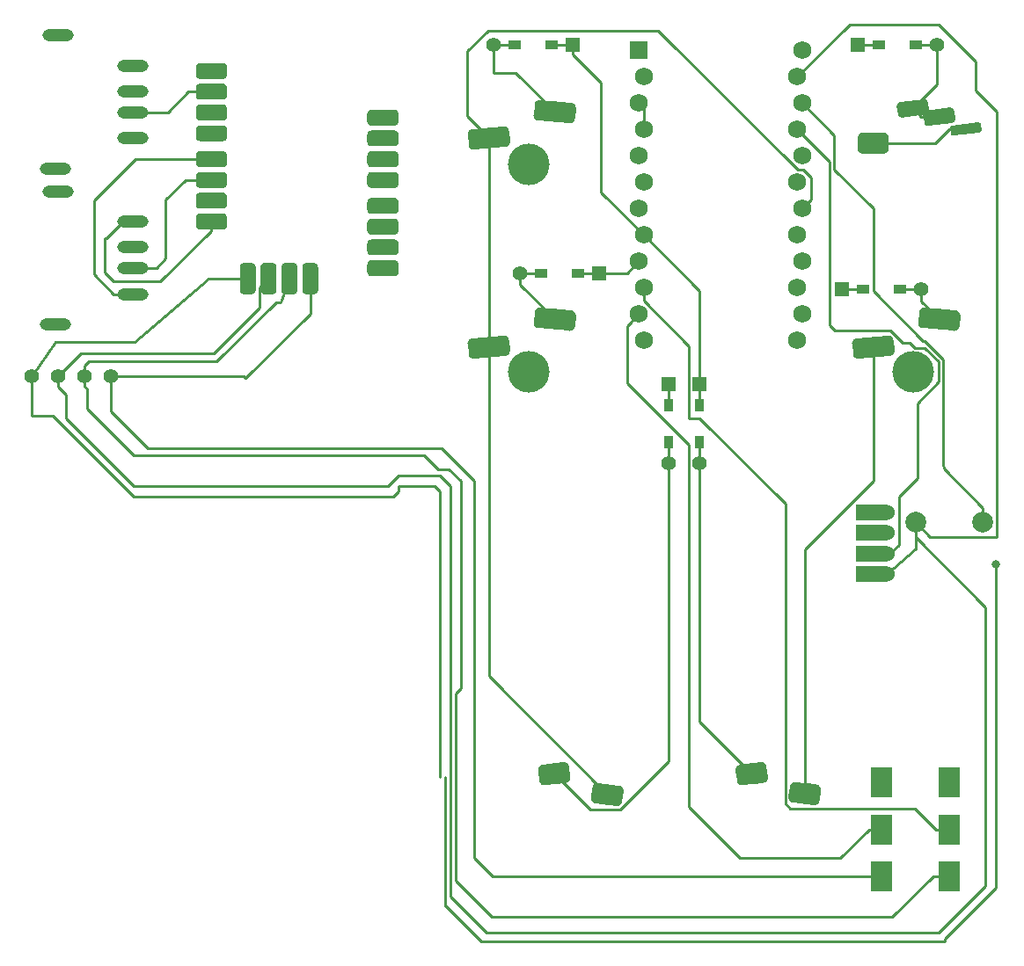
<source format=gbr>
G04 #@! TF.GenerationSoftware,KiCad,Pcbnew,(5.1.2)-2*
G04 #@! TF.CreationDate,2019-07-15T17:49:31+09:00*
G04 #@! TF.ProjectId,meishi,6d656973-6869-42e6-9b69-6361645f7063,rev?*
G04 #@! TF.SameCoordinates,Original*
G04 #@! TF.FileFunction,Copper,L1,Top*
G04 #@! TF.FilePolarity,Positive*
%FSLAX46Y46*%
G04 Gerber Fmt 4.6, Leading zero omitted, Abs format (unit mm)*
G04 Created by KiCad (PCBNEW (5.1.2)-2) date 2019-07-15 17:49:31*
%MOMM*%
%LPD*%
G04 APERTURE LIST*
%ADD10C,1.397000*%
%ADD11R,3.000000X1.500000*%
%ADD12C,1.524000*%
%ADD13C,0.100000*%
%ADD14O,3.000000X1.200000*%
%ADD15R,1.300000X0.950000*%
%ADD16R,1.397000X1.397000*%
%ADD17R,0.950000X1.300000*%
%ADD18C,2.000000*%
%ADD19C,1.500000*%
%ADD20C,1.000000*%
%ADD21C,4.000000*%
%ADD22R,2.000000X3.000000*%
%ADD23C,1.752600*%
%ADD24R,1.752600X1.752600*%
%ADD25C,0.800000*%
%ADD26C,0.250000*%
G04 APERTURE END LIST*
D10*
X75820000Y-84900000D03*
X73280000Y-84900000D03*
X70740000Y-84900000D03*
X68200000Y-84900000D03*
D11*
X149000000Y-104000000D03*
X149000000Y-102000000D03*
X149000000Y-100000000D03*
X149000000Y-98000000D03*
D12*
X150500000Y-98000000D03*
X150500000Y-100000000D03*
X150500000Y-102000000D03*
X150500000Y-104000000D03*
D13*
G36*
X103156345Y-59239835D02*
G01*
X103193329Y-59245321D01*
X103229598Y-59254406D01*
X103264802Y-59267002D01*
X103298602Y-59282988D01*
X103330672Y-59302210D01*
X103360704Y-59324483D01*
X103388408Y-59349592D01*
X103413517Y-59377296D01*
X103435790Y-59407328D01*
X103455012Y-59439398D01*
X103470998Y-59473198D01*
X103483594Y-59508402D01*
X103492679Y-59544671D01*
X103498165Y-59581655D01*
X103500000Y-59619000D01*
X103500000Y-60381000D01*
X103498165Y-60418345D01*
X103492679Y-60455329D01*
X103483594Y-60491598D01*
X103470998Y-60526802D01*
X103455012Y-60560602D01*
X103435790Y-60592672D01*
X103413517Y-60622704D01*
X103388408Y-60650408D01*
X103360704Y-60675517D01*
X103330672Y-60697790D01*
X103298602Y-60717012D01*
X103264802Y-60732998D01*
X103229598Y-60745594D01*
X103193329Y-60754679D01*
X103156345Y-60760165D01*
X103119000Y-60762000D01*
X100881000Y-60762000D01*
X100843655Y-60760165D01*
X100806671Y-60754679D01*
X100770402Y-60745594D01*
X100735198Y-60732998D01*
X100701398Y-60717012D01*
X100669328Y-60697790D01*
X100639296Y-60675517D01*
X100611592Y-60650408D01*
X100586483Y-60622704D01*
X100564210Y-60592672D01*
X100544988Y-60560602D01*
X100529002Y-60526802D01*
X100516406Y-60491598D01*
X100507321Y-60455329D01*
X100501835Y-60418345D01*
X100500000Y-60381000D01*
X100500000Y-59619000D01*
X100501835Y-59581655D01*
X100507321Y-59544671D01*
X100516406Y-59508402D01*
X100529002Y-59473198D01*
X100544988Y-59439398D01*
X100564210Y-59407328D01*
X100586483Y-59377296D01*
X100611592Y-59349592D01*
X100639296Y-59324483D01*
X100669328Y-59302210D01*
X100701398Y-59282988D01*
X100735198Y-59267002D01*
X100770402Y-59254406D01*
X100806671Y-59245321D01*
X100843655Y-59239835D01*
X100881000Y-59238000D01*
X103119000Y-59238000D01*
X103156345Y-59239835D01*
X103156345Y-59239835D01*
G37*
D12*
X102000000Y-60000000D03*
D13*
G36*
X103156345Y-61239835D02*
G01*
X103193329Y-61245321D01*
X103229598Y-61254406D01*
X103264802Y-61267002D01*
X103298602Y-61282988D01*
X103330672Y-61302210D01*
X103360704Y-61324483D01*
X103388408Y-61349592D01*
X103413517Y-61377296D01*
X103435790Y-61407328D01*
X103455012Y-61439398D01*
X103470998Y-61473198D01*
X103483594Y-61508402D01*
X103492679Y-61544671D01*
X103498165Y-61581655D01*
X103500000Y-61619000D01*
X103500000Y-62381000D01*
X103498165Y-62418345D01*
X103492679Y-62455329D01*
X103483594Y-62491598D01*
X103470998Y-62526802D01*
X103455012Y-62560602D01*
X103435790Y-62592672D01*
X103413517Y-62622704D01*
X103388408Y-62650408D01*
X103360704Y-62675517D01*
X103330672Y-62697790D01*
X103298602Y-62717012D01*
X103264802Y-62732998D01*
X103229598Y-62745594D01*
X103193329Y-62754679D01*
X103156345Y-62760165D01*
X103119000Y-62762000D01*
X100881000Y-62762000D01*
X100843655Y-62760165D01*
X100806671Y-62754679D01*
X100770402Y-62745594D01*
X100735198Y-62732998D01*
X100701398Y-62717012D01*
X100669328Y-62697790D01*
X100639296Y-62675517D01*
X100611592Y-62650408D01*
X100586483Y-62622704D01*
X100564210Y-62592672D01*
X100544988Y-62560602D01*
X100529002Y-62526802D01*
X100516406Y-62491598D01*
X100507321Y-62455329D01*
X100501835Y-62418345D01*
X100500000Y-62381000D01*
X100500000Y-61619000D01*
X100501835Y-61581655D01*
X100507321Y-61544671D01*
X100516406Y-61508402D01*
X100529002Y-61473198D01*
X100544988Y-61439398D01*
X100564210Y-61407328D01*
X100586483Y-61377296D01*
X100611592Y-61349592D01*
X100639296Y-61324483D01*
X100669328Y-61302210D01*
X100701398Y-61282988D01*
X100735198Y-61267002D01*
X100770402Y-61254406D01*
X100806671Y-61245321D01*
X100843655Y-61239835D01*
X100881000Y-61238000D01*
X103119000Y-61238000D01*
X103156345Y-61239835D01*
X103156345Y-61239835D01*
G37*
D12*
X102000000Y-62000000D03*
D13*
G36*
X103156345Y-63239835D02*
G01*
X103193329Y-63245321D01*
X103229598Y-63254406D01*
X103264802Y-63267002D01*
X103298602Y-63282988D01*
X103330672Y-63302210D01*
X103360704Y-63324483D01*
X103388408Y-63349592D01*
X103413517Y-63377296D01*
X103435790Y-63407328D01*
X103455012Y-63439398D01*
X103470998Y-63473198D01*
X103483594Y-63508402D01*
X103492679Y-63544671D01*
X103498165Y-63581655D01*
X103500000Y-63619000D01*
X103500000Y-64381000D01*
X103498165Y-64418345D01*
X103492679Y-64455329D01*
X103483594Y-64491598D01*
X103470998Y-64526802D01*
X103455012Y-64560602D01*
X103435790Y-64592672D01*
X103413517Y-64622704D01*
X103388408Y-64650408D01*
X103360704Y-64675517D01*
X103330672Y-64697790D01*
X103298602Y-64717012D01*
X103264802Y-64732998D01*
X103229598Y-64745594D01*
X103193329Y-64754679D01*
X103156345Y-64760165D01*
X103119000Y-64762000D01*
X100881000Y-64762000D01*
X100843655Y-64760165D01*
X100806671Y-64754679D01*
X100770402Y-64745594D01*
X100735198Y-64732998D01*
X100701398Y-64717012D01*
X100669328Y-64697790D01*
X100639296Y-64675517D01*
X100611592Y-64650408D01*
X100586483Y-64622704D01*
X100564210Y-64592672D01*
X100544988Y-64560602D01*
X100529002Y-64526802D01*
X100516406Y-64491598D01*
X100507321Y-64455329D01*
X100501835Y-64418345D01*
X100500000Y-64381000D01*
X100500000Y-63619000D01*
X100501835Y-63581655D01*
X100507321Y-63544671D01*
X100516406Y-63508402D01*
X100529002Y-63473198D01*
X100544988Y-63439398D01*
X100564210Y-63407328D01*
X100586483Y-63377296D01*
X100611592Y-63349592D01*
X100639296Y-63324483D01*
X100669328Y-63302210D01*
X100701398Y-63282988D01*
X100735198Y-63267002D01*
X100770402Y-63254406D01*
X100806671Y-63245321D01*
X100843655Y-63239835D01*
X100881000Y-63238000D01*
X103119000Y-63238000D01*
X103156345Y-63239835D01*
X103156345Y-63239835D01*
G37*
D12*
X102000000Y-64000000D03*
D13*
G36*
X103156345Y-65239835D02*
G01*
X103193329Y-65245321D01*
X103229598Y-65254406D01*
X103264802Y-65267002D01*
X103298602Y-65282988D01*
X103330672Y-65302210D01*
X103360704Y-65324483D01*
X103388408Y-65349592D01*
X103413517Y-65377296D01*
X103435790Y-65407328D01*
X103455012Y-65439398D01*
X103470998Y-65473198D01*
X103483594Y-65508402D01*
X103492679Y-65544671D01*
X103498165Y-65581655D01*
X103500000Y-65619000D01*
X103500000Y-66381000D01*
X103498165Y-66418345D01*
X103492679Y-66455329D01*
X103483594Y-66491598D01*
X103470998Y-66526802D01*
X103455012Y-66560602D01*
X103435790Y-66592672D01*
X103413517Y-66622704D01*
X103388408Y-66650408D01*
X103360704Y-66675517D01*
X103330672Y-66697790D01*
X103298602Y-66717012D01*
X103264802Y-66732998D01*
X103229598Y-66745594D01*
X103193329Y-66754679D01*
X103156345Y-66760165D01*
X103119000Y-66762000D01*
X100881000Y-66762000D01*
X100843655Y-66760165D01*
X100806671Y-66754679D01*
X100770402Y-66745594D01*
X100735198Y-66732998D01*
X100701398Y-66717012D01*
X100669328Y-66697790D01*
X100639296Y-66675517D01*
X100611592Y-66650408D01*
X100586483Y-66622704D01*
X100564210Y-66592672D01*
X100544988Y-66560602D01*
X100529002Y-66526802D01*
X100516406Y-66491598D01*
X100507321Y-66455329D01*
X100501835Y-66418345D01*
X100500000Y-66381000D01*
X100500000Y-65619000D01*
X100501835Y-65581655D01*
X100507321Y-65544671D01*
X100516406Y-65508402D01*
X100529002Y-65473198D01*
X100544988Y-65439398D01*
X100564210Y-65407328D01*
X100586483Y-65377296D01*
X100611592Y-65349592D01*
X100639296Y-65324483D01*
X100669328Y-65302210D01*
X100701398Y-65282988D01*
X100735198Y-65267002D01*
X100770402Y-65254406D01*
X100806671Y-65245321D01*
X100843655Y-65239835D01*
X100881000Y-65238000D01*
X103119000Y-65238000D01*
X103156345Y-65239835D01*
X103156345Y-65239835D01*
G37*
D12*
X102000000Y-66000000D03*
D13*
G36*
X103156345Y-67739835D02*
G01*
X103193329Y-67745321D01*
X103229598Y-67754406D01*
X103264802Y-67767002D01*
X103298602Y-67782988D01*
X103330672Y-67802210D01*
X103360704Y-67824483D01*
X103388408Y-67849592D01*
X103413517Y-67877296D01*
X103435790Y-67907328D01*
X103455012Y-67939398D01*
X103470998Y-67973198D01*
X103483594Y-68008402D01*
X103492679Y-68044671D01*
X103498165Y-68081655D01*
X103500000Y-68119000D01*
X103500000Y-68881000D01*
X103498165Y-68918345D01*
X103492679Y-68955329D01*
X103483594Y-68991598D01*
X103470998Y-69026802D01*
X103455012Y-69060602D01*
X103435790Y-69092672D01*
X103413517Y-69122704D01*
X103388408Y-69150408D01*
X103360704Y-69175517D01*
X103330672Y-69197790D01*
X103298602Y-69217012D01*
X103264802Y-69232998D01*
X103229598Y-69245594D01*
X103193329Y-69254679D01*
X103156345Y-69260165D01*
X103119000Y-69262000D01*
X100881000Y-69262000D01*
X100843655Y-69260165D01*
X100806671Y-69254679D01*
X100770402Y-69245594D01*
X100735198Y-69232998D01*
X100701398Y-69217012D01*
X100669328Y-69197790D01*
X100639296Y-69175517D01*
X100611592Y-69150408D01*
X100586483Y-69122704D01*
X100564210Y-69092672D01*
X100544988Y-69060602D01*
X100529002Y-69026802D01*
X100516406Y-68991598D01*
X100507321Y-68955329D01*
X100501835Y-68918345D01*
X100500000Y-68881000D01*
X100500000Y-68119000D01*
X100501835Y-68081655D01*
X100507321Y-68044671D01*
X100516406Y-68008402D01*
X100529002Y-67973198D01*
X100544988Y-67939398D01*
X100564210Y-67907328D01*
X100586483Y-67877296D01*
X100611592Y-67849592D01*
X100639296Y-67824483D01*
X100669328Y-67802210D01*
X100701398Y-67782988D01*
X100735198Y-67767002D01*
X100770402Y-67754406D01*
X100806671Y-67745321D01*
X100843655Y-67739835D01*
X100881000Y-67738000D01*
X103119000Y-67738000D01*
X103156345Y-67739835D01*
X103156345Y-67739835D01*
G37*
D12*
X102000000Y-68500000D03*
D13*
G36*
X103156345Y-69739835D02*
G01*
X103193329Y-69745321D01*
X103229598Y-69754406D01*
X103264802Y-69767002D01*
X103298602Y-69782988D01*
X103330672Y-69802210D01*
X103360704Y-69824483D01*
X103388408Y-69849592D01*
X103413517Y-69877296D01*
X103435790Y-69907328D01*
X103455012Y-69939398D01*
X103470998Y-69973198D01*
X103483594Y-70008402D01*
X103492679Y-70044671D01*
X103498165Y-70081655D01*
X103500000Y-70119000D01*
X103500000Y-70881000D01*
X103498165Y-70918345D01*
X103492679Y-70955329D01*
X103483594Y-70991598D01*
X103470998Y-71026802D01*
X103455012Y-71060602D01*
X103435790Y-71092672D01*
X103413517Y-71122704D01*
X103388408Y-71150408D01*
X103360704Y-71175517D01*
X103330672Y-71197790D01*
X103298602Y-71217012D01*
X103264802Y-71232998D01*
X103229598Y-71245594D01*
X103193329Y-71254679D01*
X103156345Y-71260165D01*
X103119000Y-71262000D01*
X100881000Y-71262000D01*
X100843655Y-71260165D01*
X100806671Y-71254679D01*
X100770402Y-71245594D01*
X100735198Y-71232998D01*
X100701398Y-71217012D01*
X100669328Y-71197790D01*
X100639296Y-71175517D01*
X100611592Y-71150408D01*
X100586483Y-71122704D01*
X100564210Y-71092672D01*
X100544988Y-71060602D01*
X100529002Y-71026802D01*
X100516406Y-70991598D01*
X100507321Y-70955329D01*
X100501835Y-70918345D01*
X100500000Y-70881000D01*
X100500000Y-70119000D01*
X100501835Y-70081655D01*
X100507321Y-70044671D01*
X100516406Y-70008402D01*
X100529002Y-69973198D01*
X100544988Y-69939398D01*
X100564210Y-69907328D01*
X100586483Y-69877296D01*
X100611592Y-69849592D01*
X100639296Y-69824483D01*
X100669328Y-69802210D01*
X100701398Y-69782988D01*
X100735198Y-69767002D01*
X100770402Y-69754406D01*
X100806671Y-69745321D01*
X100843655Y-69739835D01*
X100881000Y-69738000D01*
X103119000Y-69738000D01*
X103156345Y-69739835D01*
X103156345Y-69739835D01*
G37*
D12*
X102000000Y-70500000D03*
D13*
G36*
X103156345Y-71739835D02*
G01*
X103193329Y-71745321D01*
X103229598Y-71754406D01*
X103264802Y-71767002D01*
X103298602Y-71782988D01*
X103330672Y-71802210D01*
X103360704Y-71824483D01*
X103388408Y-71849592D01*
X103413517Y-71877296D01*
X103435790Y-71907328D01*
X103455012Y-71939398D01*
X103470998Y-71973198D01*
X103483594Y-72008402D01*
X103492679Y-72044671D01*
X103498165Y-72081655D01*
X103500000Y-72119000D01*
X103500000Y-72881000D01*
X103498165Y-72918345D01*
X103492679Y-72955329D01*
X103483594Y-72991598D01*
X103470998Y-73026802D01*
X103455012Y-73060602D01*
X103435790Y-73092672D01*
X103413517Y-73122704D01*
X103388408Y-73150408D01*
X103360704Y-73175517D01*
X103330672Y-73197790D01*
X103298602Y-73217012D01*
X103264802Y-73232998D01*
X103229598Y-73245594D01*
X103193329Y-73254679D01*
X103156345Y-73260165D01*
X103119000Y-73262000D01*
X100881000Y-73262000D01*
X100843655Y-73260165D01*
X100806671Y-73254679D01*
X100770402Y-73245594D01*
X100735198Y-73232998D01*
X100701398Y-73217012D01*
X100669328Y-73197790D01*
X100639296Y-73175517D01*
X100611592Y-73150408D01*
X100586483Y-73122704D01*
X100564210Y-73092672D01*
X100544988Y-73060602D01*
X100529002Y-73026802D01*
X100516406Y-72991598D01*
X100507321Y-72955329D01*
X100501835Y-72918345D01*
X100500000Y-72881000D01*
X100500000Y-72119000D01*
X100501835Y-72081655D01*
X100507321Y-72044671D01*
X100516406Y-72008402D01*
X100529002Y-71973198D01*
X100544988Y-71939398D01*
X100564210Y-71907328D01*
X100586483Y-71877296D01*
X100611592Y-71849592D01*
X100639296Y-71824483D01*
X100669328Y-71802210D01*
X100701398Y-71782988D01*
X100735198Y-71767002D01*
X100770402Y-71754406D01*
X100806671Y-71745321D01*
X100843655Y-71739835D01*
X100881000Y-71738000D01*
X103119000Y-71738000D01*
X103156345Y-71739835D01*
X103156345Y-71739835D01*
G37*
D12*
X102000000Y-72500000D03*
D13*
G36*
X103156345Y-73739835D02*
G01*
X103193329Y-73745321D01*
X103229598Y-73754406D01*
X103264802Y-73767002D01*
X103298602Y-73782988D01*
X103330672Y-73802210D01*
X103360704Y-73824483D01*
X103388408Y-73849592D01*
X103413517Y-73877296D01*
X103435790Y-73907328D01*
X103455012Y-73939398D01*
X103470998Y-73973198D01*
X103483594Y-74008402D01*
X103492679Y-74044671D01*
X103498165Y-74081655D01*
X103500000Y-74119000D01*
X103500000Y-74881000D01*
X103498165Y-74918345D01*
X103492679Y-74955329D01*
X103483594Y-74991598D01*
X103470998Y-75026802D01*
X103455012Y-75060602D01*
X103435790Y-75092672D01*
X103413517Y-75122704D01*
X103388408Y-75150408D01*
X103360704Y-75175517D01*
X103330672Y-75197790D01*
X103298602Y-75217012D01*
X103264802Y-75232998D01*
X103229598Y-75245594D01*
X103193329Y-75254679D01*
X103156345Y-75260165D01*
X103119000Y-75262000D01*
X100881000Y-75262000D01*
X100843655Y-75260165D01*
X100806671Y-75254679D01*
X100770402Y-75245594D01*
X100735198Y-75232998D01*
X100701398Y-75217012D01*
X100669328Y-75197790D01*
X100639296Y-75175517D01*
X100611592Y-75150408D01*
X100586483Y-75122704D01*
X100564210Y-75092672D01*
X100544988Y-75060602D01*
X100529002Y-75026802D01*
X100516406Y-74991598D01*
X100507321Y-74955329D01*
X100501835Y-74918345D01*
X100500000Y-74881000D01*
X100500000Y-74119000D01*
X100501835Y-74081655D01*
X100507321Y-74044671D01*
X100516406Y-74008402D01*
X100529002Y-73973198D01*
X100544988Y-73939398D01*
X100564210Y-73907328D01*
X100586483Y-73877296D01*
X100611592Y-73849592D01*
X100639296Y-73824483D01*
X100669328Y-73802210D01*
X100701398Y-73782988D01*
X100735198Y-73767002D01*
X100770402Y-73754406D01*
X100806671Y-73745321D01*
X100843655Y-73739835D01*
X100881000Y-73738000D01*
X103119000Y-73738000D01*
X103156345Y-73739835D01*
X103156345Y-73739835D01*
G37*
D12*
X102000000Y-74500000D03*
D13*
G36*
X86656345Y-69239835D02*
G01*
X86693329Y-69245321D01*
X86729598Y-69254406D01*
X86764802Y-69267002D01*
X86798602Y-69282988D01*
X86830672Y-69302210D01*
X86860704Y-69324483D01*
X86888408Y-69349592D01*
X86913517Y-69377296D01*
X86935790Y-69407328D01*
X86955012Y-69439398D01*
X86970998Y-69473198D01*
X86983594Y-69508402D01*
X86992679Y-69544671D01*
X86998165Y-69581655D01*
X87000000Y-69619000D01*
X87000000Y-70381000D01*
X86998165Y-70418345D01*
X86992679Y-70455329D01*
X86983594Y-70491598D01*
X86970998Y-70526802D01*
X86955012Y-70560602D01*
X86935790Y-70592672D01*
X86913517Y-70622704D01*
X86888408Y-70650408D01*
X86860704Y-70675517D01*
X86830672Y-70697790D01*
X86798602Y-70717012D01*
X86764802Y-70732998D01*
X86729598Y-70745594D01*
X86693329Y-70754679D01*
X86656345Y-70760165D01*
X86619000Y-70762000D01*
X84381000Y-70762000D01*
X84343655Y-70760165D01*
X84306671Y-70754679D01*
X84270402Y-70745594D01*
X84235198Y-70732998D01*
X84201398Y-70717012D01*
X84169328Y-70697790D01*
X84139296Y-70675517D01*
X84111592Y-70650408D01*
X84086483Y-70622704D01*
X84064210Y-70592672D01*
X84044988Y-70560602D01*
X84029002Y-70526802D01*
X84016406Y-70491598D01*
X84007321Y-70455329D01*
X84001835Y-70418345D01*
X84000000Y-70381000D01*
X84000000Y-69619000D01*
X84001835Y-69581655D01*
X84007321Y-69544671D01*
X84016406Y-69508402D01*
X84029002Y-69473198D01*
X84044988Y-69439398D01*
X84064210Y-69407328D01*
X84086483Y-69377296D01*
X84111592Y-69349592D01*
X84139296Y-69324483D01*
X84169328Y-69302210D01*
X84201398Y-69282988D01*
X84235198Y-69267002D01*
X84270402Y-69254406D01*
X84306671Y-69245321D01*
X84343655Y-69239835D01*
X84381000Y-69238000D01*
X86619000Y-69238000D01*
X86656345Y-69239835D01*
X86656345Y-69239835D01*
G37*
D12*
X85500000Y-70000000D03*
D13*
G36*
X86656345Y-67239835D02*
G01*
X86693329Y-67245321D01*
X86729598Y-67254406D01*
X86764802Y-67267002D01*
X86798602Y-67282988D01*
X86830672Y-67302210D01*
X86860704Y-67324483D01*
X86888408Y-67349592D01*
X86913517Y-67377296D01*
X86935790Y-67407328D01*
X86955012Y-67439398D01*
X86970998Y-67473198D01*
X86983594Y-67508402D01*
X86992679Y-67544671D01*
X86998165Y-67581655D01*
X87000000Y-67619000D01*
X87000000Y-68381000D01*
X86998165Y-68418345D01*
X86992679Y-68455329D01*
X86983594Y-68491598D01*
X86970998Y-68526802D01*
X86955012Y-68560602D01*
X86935790Y-68592672D01*
X86913517Y-68622704D01*
X86888408Y-68650408D01*
X86860704Y-68675517D01*
X86830672Y-68697790D01*
X86798602Y-68717012D01*
X86764802Y-68732998D01*
X86729598Y-68745594D01*
X86693329Y-68754679D01*
X86656345Y-68760165D01*
X86619000Y-68762000D01*
X84381000Y-68762000D01*
X84343655Y-68760165D01*
X84306671Y-68754679D01*
X84270402Y-68745594D01*
X84235198Y-68732998D01*
X84201398Y-68717012D01*
X84169328Y-68697790D01*
X84139296Y-68675517D01*
X84111592Y-68650408D01*
X84086483Y-68622704D01*
X84064210Y-68592672D01*
X84044988Y-68560602D01*
X84029002Y-68526802D01*
X84016406Y-68491598D01*
X84007321Y-68455329D01*
X84001835Y-68418345D01*
X84000000Y-68381000D01*
X84000000Y-67619000D01*
X84001835Y-67581655D01*
X84007321Y-67544671D01*
X84016406Y-67508402D01*
X84029002Y-67473198D01*
X84044988Y-67439398D01*
X84064210Y-67407328D01*
X84086483Y-67377296D01*
X84111592Y-67349592D01*
X84139296Y-67324483D01*
X84169328Y-67302210D01*
X84201398Y-67282988D01*
X84235198Y-67267002D01*
X84270402Y-67254406D01*
X84306671Y-67245321D01*
X84343655Y-67239835D01*
X84381000Y-67238000D01*
X86619000Y-67238000D01*
X86656345Y-67239835D01*
X86656345Y-67239835D01*
G37*
D12*
X85500000Y-68000000D03*
D13*
G36*
X86656345Y-65239835D02*
G01*
X86693329Y-65245321D01*
X86729598Y-65254406D01*
X86764802Y-65267002D01*
X86798602Y-65282988D01*
X86830672Y-65302210D01*
X86860704Y-65324483D01*
X86888408Y-65349592D01*
X86913517Y-65377296D01*
X86935790Y-65407328D01*
X86955012Y-65439398D01*
X86970998Y-65473198D01*
X86983594Y-65508402D01*
X86992679Y-65544671D01*
X86998165Y-65581655D01*
X87000000Y-65619000D01*
X87000000Y-66381000D01*
X86998165Y-66418345D01*
X86992679Y-66455329D01*
X86983594Y-66491598D01*
X86970998Y-66526802D01*
X86955012Y-66560602D01*
X86935790Y-66592672D01*
X86913517Y-66622704D01*
X86888408Y-66650408D01*
X86860704Y-66675517D01*
X86830672Y-66697790D01*
X86798602Y-66717012D01*
X86764802Y-66732998D01*
X86729598Y-66745594D01*
X86693329Y-66754679D01*
X86656345Y-66760165D01*
X86619000Y-66762000D01*
X84381000Y-66762000D01*
X84343655Y-66760165D01*
X84306671Y-66754679D01*
X84270402Y-66745594D01*
X84235198Y-66732998D01*
X84201398Y-66717012D01*
X84169328Y-66697790D01*
X84139296Y-66675517D01*
X84111592Y-66650408D01*
X84086483Y-66622704D01*
X84064210Y-66592672D01*
X84044988Y-66560602D01*
X84029002Y-66526802D01*
X84016406Y-66491598D01*
X84007321Y-66455329D01*
X84001835Y-66418345D01*
X84000000Y-66381000D01*
X84000000Y-65619000D01*
X84001835Y-65581655D01*
X84007321Y-65544671D01*
X84016406Y-65508402D01*
X84029002Y-65473198D01*
X84044988Y-65439398D01*
X84064210Y-65407328D01*
X84086483Y-65377296D01*
X84111592Y-65349592D01*
X84139296Y-65324483D01*
X84169328Y-65302210D01*
X84201398Y-65282988D01*
X84235198Y-65267002D01*
X84270402Y-65254406D01*
X84306671Y-65245321D01*
X84343655Y-65239835D01*
X84381000Y-65238000D01*
X86619000Y-65238000D01*
X86656345Y-65239835D01*
X86656345Y-65239835D01*
G37*
D12*
X85500000Y-66000000D03*
D13*
G36*
X86656345Y-63239835D02*
G01*
X86693329Y-63245321D01*
X86729598Y-63254406D01*
X86764802Y-63267002D01*
X86798602Y-63282988D01*
X86830672Y-63302210D01*
X86860704Y-63324483D01*
X86888408Y-63349592D01*
X86913517Y-63377296D01*
X86935790Y-63407328D01*
X86955012Y-63439398D01*
X86970998Y-63473198D01*
X86983594Y-63508402D01*
X86992679Y-63544671D01*
X86998165Y-63581655D01*
X87000000Y-63619000D01*
X87000000Y-64381000D01*
X86998165Y-64418345D01*
X86992679Y-64455329D01*
X86983594Y-64491598D01*
X86970998Y-64526802D01*
X86955012Y-64560602D01*
X86935790Y-64592672D01*
X86913517Y-64622704D01*
X86888408Y-64650408D01*
X86860704Y-64675517D01*
X86830672Y-64697790D01*
X86798602Y-64717012D01*
X86764802Y-64732998D01*
X86729598Y-64745594D01*
X86693329Y-64754679D01*
X86656345Y-64760165D01*
X86619000Y-64762000D01*
X84381000Y-64762000D01*
X84343655Y-64760165D01*
X84306671Y-64754679D01*
X84270402Y-64745594D01*
X84235198Y-64732998D01*
X84201398Y-64717012D01*
X84169328Y-64697790D01*
X84139296Y-64675517D01*
X84111592Y-64650408D01*
X84086483Y-64622704D01*
X84064210Y-64592672D01*
X84044988Y-64560602D01*
X84029002Y-64526802D01*
X84016406Y-64491598D01*
X84007321Y-64455329D01*
X84001835Y-64418345D01*
X84000000Y-64381000D01*
X84000000Y-63619000D01*
X84001835Y-63581655D01*
X84007321Y-63544671D01*
X84016406Y-63508402D01*
X84029002Y-63473198D01*
X84044988Y-63439398D01*
X84064210Y-63407328D01*
X84086483Y-63377296D01*
X84111592Y-63349592D01*
X84139296Y-63324483D01*
X84169328Y-63302210D01*
X84201398Y-63282988D01*
X84235198Y-63267002D01*
X84270402Y-63254406D01*
X84306671Y-63245321D01*
X84343655Y-63239835D01*
X84381000Y-63238000D01*
X86619000Y-63238000D01*
X86656345Y-63239835D01*
X86656345Y-63239835D01*
G37*
D12*
X85500000Y-64000000D03*
D13*
G36*
X86656345Y-60739835D02*
G01*
X86693329Y-60745321D01*
X86729598Y-60754406D01*
X86764802Y-60767002D01*
X86798602Y-60782988D01*
X86830672Y-60802210D01*
X86860704Y-60824483D01*
X86888408Y-60849592D01*
X86913517Y-60877296D01*
X86935790Y-60907328D01*
X86955012Y-60939398D01*
X86970998Y-60973198D01*
X86983594Y-61008402D01*
X86992679Y-61044671D01*
X86998165Y-61081655D01*
X87000000Y-61119000D01*
X87000000Y-61881000D01*
X86998165Y-61918345D01*
X86992679Y-61955329D01*
X86983594Y-61991598D01*
X86970998Y-62026802D01*
X86955012Y-62060602D01*
X86935790Y-62092672D01*
X86913517Y-62122704D01*
X86888408Y-62150408D01*
X86860704Y-62175517D01*
X86830672Y-62197790D01*
X86798602Y-62217012D01*
X86764802Y-62232998D01*
X86729598Y-62245594D01*
X86693329Y-62254679D01*
X86656345Y-62260165D01*
X86619000Y-62262000D01*
X84381000Y-62262000D01*
X84343655Y-62260165D01*
X84306671Y-62254679D01*
X84270402Y-62245594D01*
X84235198Y-62232998D01*
X84201398Y-62217012D01*
X84169328Y-62197790D01*
X84139296Y-62175517D01*
X84111592Y-62150408D01*
X84086483Y-62122704D01*
X84064210Y-62092672D01*
X84044988Y-62060602D01*
X84029002Y-62026802D01*
X84016406Y-61991598D01*
X84007321Y-61955329D01*
X84001835Y-61918345D01*
X84000000Y-61881000D01*
X84000000Y-61119000D01*
X84001835Y-61081655D01*
X84007321Y-61044671D01*
X84016406Y-61008402D01*
X84029002Y-60973198D01*
X84044988Y-60939398D01*
X84064210Y-60907328D01*
X84086483Y-60877296D01*
X84111592Y-60849592D01*
X84139296Y-60824483D01*
X84169328Y-60802210D01*
X84201398Y-60782988D01*
X84235198Y-60767002D01*
X84270402Y-60754406D01*
X84306671Y-60745321D01*
X84343655Y-60739835D01*
X84381000Y-60738000D01*
X86619000Y-60738000D01*
X86656345Y-60739835D01*
X86656345Y-60739835D01*
G37*
D12*
X85500000Y-61500000D03*
D13*
G36*
X86656345Y-58739835D02*
G01*
X86693329Y-58745321D01*
X86729598Y-58754406D01*
X86764802Y-58767002D01*
X86798602Y-58782988D01*
X86830672Y-58802210D01*
X86860704Y-58824483D01*
X86888408Y-58849592D01*
X86913517Y-58877296D01*
X86935790Y-58907328D01*
X86955012Y-58939398D01*
X86970998Y-58973198D01*
X86983594Y-59008402D01*
X86992679Y-59044671D01*
X86998165Y-59081655D01*
X87000000Y-59119000D01*
X87000000Y-59881000D01*
X86998165Y-59918345D01*
X86992679Y-59955329D01*
X86983594Y-59991598D01*
X86970998Y-60026802D01*
X86955012Y-60060602D01*
X86935790Y-60092672D01*
X86913517Y-60122704D01*
X86888408Y-60150408D01*
X86860704Y-60175517D01*
X86830672Y-60197790D01*
X86798602Y-60217012D01*
X86764802Y-60232998D01*
X86729598Y-60245594D01*
X86693329Y-60254679D01*
X86656345Y-60260165D01*
X86619000Y-60262000D01*
X84381000Y-60262000D01*
X84343655Y-60260165D01*
X84306671Y-60254679D01*
X84270402Y-60245594D01*
X84235198Y-60232998D01*
X84201398Y-60217012D01*
X84169328Y-60197790D01*
X84139296Y-60175517D01*
X84111592Y-60150408D01*
X84086483Y-60122704D01*
X84064210Y-60092672D01*
X84044988Y-60060602D01*
X84029002Y-60026802D01*
X84016406Y-59991598D01*
X84007321Y-59955329D01*
X84001835Y-59918345D01*
X84000000Y-59881000D01*
X84000000Y-59119000D01*
X84001835Y-59081655D01*
X84007321Y-59044671D01*
X84016406Y-59008402D01*
X84029002Y-58973198D01*
X84044988Y-58939398D01*
X84064210Y-58907328D01*
X84086483Y-58877296D01*
X84111592Y-58849592D01*
X84139296Y-58824483D01*
X84169328Y-58802210D01*
X84201398Y-58782988D01*
X84235198Y-58767002D01*
X84270402Y-58754406D01*
X84306671Y-58745321D01*
X84343655Y-58739835D01*
X84381000Y-58738000D01*
X86619000Y-58738000D01*
X86656345Y-58739835D01*
X86656345Y-58739835D01*
G37*
D12*
X85500000Y-59500000D03*
D13*
G36*
X86656345Y-56739835D02*
G01*
X86693329Y-56745321D01*
X86729598Y-56754406D01*
X86764802Y-56767002D01*
X86798602Y-56782988D01*
X86830672Y-56802210D01*
X86860704Y-56824483D01*
X86888408Y-56849592D01*
X86913517Y-56877296D01*
X86935790Y-56907328D01*
X86955012Y-56939398D01*
X86970998Y-56973198D01*
X86983594Y-57008402D01*
X86992679Y-57044671D01*
X86998165Y-57081655D01*
X87000000Y-57119000D01*
X87000000Y-57881000D01*
X86998165Y-57918345D01*
X86992679Y-57955329D01*
X86983594Y-57991598D01*
X86970998Y-58026802D01*
X86955012Y-58060602D01*
X86935790Y-58092672D01*
X86913517Y-58122704D01*
X86888408Y-58150408D01*
X86860704Y-58175517D01*
X86830672Y-58197790D01*
X86798602Y-58217012D01*
X86764802Y-58232998D01*
X86729598Y-58245594D01*
X86693329Y-58254679D01*
X86656345Y-58260165D01*
X86619000Y-58262000D01*
X84381000Y-58262000D01*
X84343655Y-58260165D01*
X84306671Y-58254679D01*
X84270402Y-58245594D01*
X84235198Y-58232998D01*
X84201398Y-58217012D01*
X84169328Y-58197790D01*
X84139296Y-58175517D01*
X84111592Y-58150408D01*
X84086483Y-58122704D01*
X84064210Y-58092672D01*
X84044988Y-58060602D01*
X84029002Y-58026802D01*
X84016406Y-57991598D01*
X84007321Y-57955329D01*
X84001835Y-57918345D01*
X84000000Y-57881000D01*
X84000000Y-57119000D01*
X84001835Y-57081655D01*
X84007321Y-57044671D01*
X84016406Y-57008402D01*
X84029002Y-56973198D01*
X84044988Y-56939398D01*
X84064210Y-56907328D01*
X84086483Y-56877296D01*
X84111592Y-56849592D01*
X84139296Y-56824483D01*
X84169328Y-56802210D01*
X84201398Y-56782988D01*
X84235198Y-56767002D01*
X84270402Y-56754406D01*
X84306671Y-56745321D01*
X84343655Y-56739835D01*
X84381000Y-56738000D01*
X86619000Y-56738000D01*
X86656345Y-56739835D01*
X86656345Y-56739835D01*
G37*
D12*
X85500000Y-57500000D03*
D13*
G36*
X86656345Y-54739835D02*
G01*
X86693329Y-54745321D01*
X86729598Y-54754406D01*
X86764802Y-54767002D01*
X86798602Y-54782988D01*
X86830672Y-54802210D01*
X86860704Y-54824483D01*
X86888408Y-54849592D01*
X86913517Y-54877296D01*
X86935790Y-54907328D01*
X86955012Y-54939398D01*
X86970998Y-54973198D01*
X86983594Y-55008402D01*
X86992679Y-55044671D01*
X86998165Y-55081655D01*
X87000000Y-55119000D01*
X87000000Y-55881000D01*
X86998165Y-55918345D01*
X86992679Y-55955329D01*
X86983594Y-55991598D01*
X86970998Y-56026802D01*
X86955012Y-56060602D01*
X86935790Y-56092672D01*
X86913517Y-56122704D01*
X86888408Y-56150408D01*
X86860704Y-56175517D01*
X86830672Y-56197790D01*
X86798602Y-56217012D01*
X86764802Y-56232998D01*
X86729598Y-56245594D01*
X86693329Y-56254679D01*
X86656345Y-56260165D01*
X86619000Y-56262000D01*
X84381000Y-56262000D01*
X84343655Y-56260165D01*
X84306671Y-56254679D01*
X84270402Y-56245594D01*
X84235198Y-56232998D01*
X84201398Y-56217012D01*
X84169328Y-56197790D01*
X84139296Y-56175517D01*
X84111592Y-56150408D01*
X84086483Y-56122704D01*
X84064210Y-56092672D01*
X84044988Y-56060602D01*
X84029002Y-56026802D01*
X84016406Y-55991598D01*
X84007321Y-55955329D01*
X84001835Y-55918345D01*
X84000000Y-55881000D01*
X84000000Y-55119000D01*
X84001835Y-55081655D01*
X84007321Y-55044671D01*
X84016406Y-55008402D01*
X84029002Y-54973198D01*
X84044988Y-54939398D01*
X84064210Y-54907328D01*
X84086483Y-54877296D01*
X84111592Y-54849592D01*
X84139296Y-54824483D01*
X84169328Y-54802210D01*
X84201398Y-54782988D01*
X84235198Y-54767002D01*
X84270402Y-54754406D01*
X84306671Y-54745321D01*
X84343655Y-54739835D01*
X84381000Y-54738000D01*
X86619000Y-54738000D01*
X86656345Y-54739835D01*
X86656345Y-54739835D01*
G37*
D12*
X85500000Y-55500000D03*
D13*
G36*
X95418345Y-74001835D02*
G01*
X95455329Y-74007321D01*
X95491598Y-74016406D01*
X95526802Y-74029002D01*
X95560602Y-74044988D01*
X95592672Y-74064210D01*
X95622704Y-74086483D01*
X95650408Y-74111592D01*
X95675517Y-74139296D01*
X95697790Y-74169328D01*
X95717012Y-74201398D01*
X95732998Y-74235198D01*
X95745594Y-74270402D01*
X95754679Y-74306671D01*
X95760165Y-74343655D01*
X95762000Y-74381000D01*
X95762000Y-76619000D01*
X95760165Y-76656345D01*
X95754679Y-76693329D01*
X95745594Y-76729598D01*
X95732998Y-76764802D01*
X95717012Y-76798602D01*
X95697790Y-76830672D01*
X95675517Y-76860704D01*
X95650408Y-76888408D01*
X95622704Y-76913517D01*
X95592672Y-76935790D01*
X95560602Y-76955012D01*
X95526802Y-76970998D01*
X95491598Y-76983594D01*
X95455329Y-76992679D01*
X95418345Y-76998165D01*
X95381000Y-77000000D01*
X94619000Y-77000000D01*
X94581655Y-76998165D01*
X94544671Y-76992679D01*
X94508402Y-76983594D01*
X94473198Y-76970998D01*
X94439398Y-76955012D01*
X94407328Y-76935790D01*
X94377296Y-76913517D01*
X94349592Y-76888408D01*
X94324483Y-76860704D01*
X94302210Y-76830672D01*
X94282988Y-76798602D01*
X94267002Y-76764802D01*
X94254406Y-76729598D01*
X94245321Y-76693329D01*
X94239835Y-76656345D01*
X94238000Y-76619000D01*
X94238000Y-74381000D01*
X94239835Y-74343655D01*
X94245321Y-74306671D01*
X94254406Y-74270402D01*
X94267002Y-74235198D01*
X94282988Y-74201398D01*
X94302210Y-74169328D01*
X94324483Y-74139296D01*
X94349592Y-74111592D01*
X94377296Y-74086483D01*
X94407328Y-74064210D01*
X94439398Y-74044988D01*
X94473198Y-74029002D01*
X94508402Y-74016406D01*
X94544671Y-74007321D01*
X94581655Y-74001835D01*
X94619000Y-74000000D01*
X95381000Y-74000000D01*
X95418345Y-74001835D01*
X95418345Y-74001835D01*
G37*
D12*
X95000000Y-75500000D03*
D13*
G36*
X93418345Y-74001835D02*
G01*
X93455329Y-74007321D01*
X93491598Y-74016406D01*
X93526802Y-74029002D01*
X93560602Y-74044988D01*
X93592672Y-74064210D01*
X93622704Y-74086483D01*
X93650408Y-74111592D01*
X93675517Y-74139296D01*
X93697790Y-74169328D01*
X93717012Y-74201398D01*
X93732998Y-74235198D01*
X93745594Y-74270402D01*
X93754679Y-74306671D01*
X93760165Y-74343655D01*
X93762000Y-74381000D01*
X93762000Y-76619000D01*
X93760165Y-76656345D01*
X93754679Y-76693329D01*
X93745594Y-76729598D01*
X93732998Y-76764802D01*
X93717012Y-76798602D01*
X93697790Y-76830672D01*
X93675517Y-76860704D01*
X93650408Y-76888408D01*
X93622704Y-76913517D01*
X93592672Y-76935790D01*
X93560602Y-76955012D01*
X93526802Y-76970998D01*
X93491598Y-76983594D01*
X93455329Y-76992679D01*
X93418345Y-76998165D01*
X93381000Y-77000000D01*
X92619000Y-77000000D01*
X92581655Y-76998165D01*
X92544671Y-76992679D01*
X92508402Y-76983594D01*
X92473198Y-76970998D01*
X92439398Y-76955012D01*
X92407328Y-76935790D01*
X92377296Y-76913517D01*
X92349592Y-76888408D01*
X92324483Y-76860704D01*
X92302210Y-76830672D01*
X92282988Y-76798602D01*
X92267002Y-76764802D01*
X92254406Y-76729598D01*
X92245321Y-76693329D01*
X92239835Y-76656345D01*
X92238000Y-76619000D01*
X92238000Y-74381000D01*
X92239835Y-74343655D01*
X92245321Y-74306671D01*
X92254406Y-74270402D01*
X92267002Y-74235198D01*
X92282988Y-74201398D01*
X92302210Y-74169328D01*
X92324483Y-74139296D01*
X92349592Y-74111592D01*
X92377296Y-74086483D01*
X92407328Y-74064210D01*
X92439398Y-74044988D01*
X92473198Y-74029002D01*
X92508402Y-74016406D01*
X92544671Y-74007321D01*
X92581655Y-74001835D01*
X92619000Y-74000000D01*
X93381000Y-74000000D01*
X93418345Y-74001835D01*
X93418345Y-74001835D01*
G37*
D12*
X93000000Y-75500000D03*
D13*
G36*
X91418345Y-74001835D02*
G01*
X91455329Y-74007321D01*
X91491598Y-74016406D01*
X91526802Y-74029002D01*
X91560602Y-74044988D01*
X91592672Y-74064210D01*
X91622704Y-74086483D01*
X91650408Y-74111592D01*
X91675517Y-74139296D01*
X91697790Y-74169328D01*
X91717012Y-74201398D01*
X91732998Y-74235198D01*
X91745594Y-74270402D01*
X91754679Y-74306671D01*
X91760165Y-74343655D01*
X91762000Y-74381000D01*
X91762000Y-76619000D01*
X91760165Y-76656345D01*
X91754679Y-76693329D01*
X91745594Y-76729598D01*
X91732998Y-76764802D01*
X91717012Y-76798602D01*
X91697790Y-76830672D01*
X91675517Y-76860704D01*
X91650408Y-76888408D01*
X91622704Y-76913517D01*
X91592672Y-76935790D01*
X91560602Y-76955012D01*
X91526802Y-76970998D01*
X91491598Y-76983594D01*
X91455329Y-76992679D01*
X91418345Y-76998165D01*
X91381000Y-77000000D01*
X90619000Y-77000000D01*
X90581655Y-76998165D01*
X90544671Y-76992679D01*
X90508402Y-76983594D01*
X90473198Y-76970998D01*
X90439398Y-76955012D01*
X90407328Y-76935790D01*
X90377296Y-76913517D01*
X90349592Y-76888408D01*
X90324483Y-76860704D01*
X90302210Y-76830672D01*
X90282988Y-76798602D01*
X90267002Y-76764802D01*
X90254406Y-76729598D01*
X90245321Y-76693329D01*
X90239835Y-76656345D01*
X90238000Y-76619000D01*
X90238000Y-74381000D01*
X90239835Y-74343655D01*
X90245321Y-74306671D01*
X90254406Y-74270402D01*
X90267002Y-74235198D01*
X90282988Y-74201398D01*
X90302210Y-74169328D01*
X90324483Y-74139296D01*
X90349592Y-74111592D01*
X90377296Y-74086483D01*
X90407328Y-74064210D01*
X90439398Y-74044988D01*
X90473198Y-74029002D01*
X90508402Y-74016406D01*
X90544671Y-74007321D01*
X90581655Y-74001835D01*
X90619000Y-74000000D01*
X91381000Y-74000000D01*
X91418345Y-74001835D01*
X91418345Y-74001835D01*
G37*
D12*
X91000000Y-75500000D03*
D13*
G36*
X89418345Y-74001835D02*
G01*
X89455329Y-74007321D01*
X89491598Y-74016406D01*
X89526802Y-74029002D01*
X89560602Y-74044988D01*
X89592672Y-74064210D01*
X89622704Y-74086483D01*
X89650408Y-74111592D01*
X89675517Y-74139296D01*
X89697790Y-74169328D01*
X89717012Y-74201398D01*
X89732998Y-74235198D01*
X89745594Y-74270402D01*
X89754679Y-74306671D01*
X89760165Y-74343655D01*
X89762000Y-74381000D01*
X89762000Y-76619000D01*
X89760165Y-76656345D01*
X89754679Y-76693329D01*
X89745594Y-76729598D01*
X89732998Y-76764802D01*
X89717012Y-76798602D01*
X89697790Y-76830672D01*
X89675517Y-76860704D01*
X89650408Y-76888408D01*
X89622704Y-76913517D01*
X89592672Y-76935790D01*
X89560602Y-76955012D01*
X89526802Y-76970998D01*
X89491598Y-76983594D01*
X89455329Y-76992679D01*
X89418345Y-76998165D01*
X89381000Y-77000000D01*
X88619000Y-77000000D01*
X88581655Y-76998165D01*
X88544671Y-76992679D01*
X88508402Y-76983594D01*
X88473198Y-76970998D01*
X88439398Y-76955012D01*
X88407328Y-76935790D01*
X88377296Y-76913517D01*
X88349592Y-76888408D01*
X88324483Y-76860704D01*
X88302210Y-76830672D01*
X88282988Y-76798602D01*
X88267002Y-76764802D01*
X88254406Y-76729598D01*
X88245321Y-76693329D01*
X88239835Y-76656345D01*
X88238000Y-76619000D01*
X88238000Y-74381000D01*
X88239835Y-74343655D01*
X88245321Y-74306671D01*
X88254406Y-74270402D01*
X88267002Y-74235198D01*
X88282988Y-74201398D01*
X88302210Y-74169328D01*
X88324483Y-74139296D01*
X88349592Y-74111592D01*
X88377296Y-74086483D01*
X88407328Y-74064210D01*
X88439398Y-74044988D01*
X88473198Y-74029002D01*
X88508402Y-74016406D01*
X88544671Y-74007321D01*
X88581655Y-74001835D01*
X88619000Y-74000000D01*
X89381000Y-74000000D01*
X89418345Y-74001835D01*
X89418345Y-74001835D01*
G37*
D12*
X89000000Y-75500000D03*
D14*
X77900000Y-72500000D03*
X70750000Y-67100000D03*
X70500000Y-79900000D03*
X77900000Y-70000000D03*
X77950000Y-74500000D03*
X77950000Y-77000000D03*
X77900000Y-57500000D03*
X70750000Y-52100000D03*
X70500000Y-64900000D03*
X77900000Y-55000000D03*
X77950000Y-59500000D03*
X77950000Y-62000000D03*
D15*
X149725000Y-53000000D03*
D16*
X147690000Y-53000000D03*
D10*
X155310000Y-53000000D03*
D15*
X153275000Y-53000000D03*
D17*
X129500000Y-87725000D03*
D16*
X129500000Y-85690000D03*
D10*
X129500000Y-93310000D03*
D17*
X129500000Y-91275000D03*
X132500000Y-91275000D03*
D10*
X132500000Y-93310000D03*
D16*
X132500000Y-85690000D03*
D17*
X132500000Y-87725000D03*
D15*
X114725000Y-53000000D03*
D10*
X112690000Y-53000000D03*
D16*
X120310000Y-53000000D03*
D15*
X118275000Y-53000000D03*
X117225000Y-75000000D03*
D10*
X115190000Y-75000000D03*
D16*
X122810000Y-75000000D03*
D15*
X120775000Y-75000000D03*
X148225000Y-76500000D03*
D16*
X146190000Y-76500000D03*
D10*
X153810000Y-76500000D03*
D15*
X151775000Y-76500000D03*
D18*
X159750000Y-99000000D03*
X153250000Y-99000000D03*
D13*
G36*
X150239009Y-61462408D02*
G01*
X150287545Y-61469607D01*
X150335142Y-61481530D01*
X150381342Y-61498060D01*
X150425698Y-61519039D01*
X150467785Y-61544265D01*
X150507197Y-61573495D01*
X150543553Y-61606447D01*
X150576505Y-61642803D01*
X150605735Y-61682215D01*
X150630961Y-61724302D01*
X150651940Y-61768658D01*
X150668470Y-61814858D01*
X150680393Y-61862455D01*
X150687592Y-61910991D01*
X150690000Y-61960000D01*
X150690000Y-62960000D01*
X150687592Y-63009009D01*
X150680393Y-63057545D01*
X150668470Y-63105142D01*
X150651940Y-63151342D01*
X150630961Y-63195698D01*
X150605735Y-63237785D01*
X150576505Y-63277197D01*
X150543553Y-63313553D01*
X150507197Y-63346505D01*
X150467785Y-63375735D01*
X150425698Y-63400961D01*
X150381342Y-63421940D01*
X150335142Y-63438470D01*
X150287545Y-63450393D01*
X150239009Y-63457592D01*
X150190000Y-63460000D01*
X148190000Y-63460000D01*
X148140991Y-63457592D01*
X148092455Y-63450393D01*
X148044858Y-63438470D01*
X147998658Y-63421940D01*
X147954302Y-63400961D01*
X147912215Y-63375735D01*
X147872803Y-63346505D01*
X147836447Y-63313553D01*
X147803495Y-63277197D01*
X147774265Y-63237785D01*
X147749039Y-63195698D01*
X147728060Y-63151342D01*
X147711530Y-63105142D01*
X147699607Y-63057545D01*
X147692408Y-63009009D01*
X147690000Y-62960000D01*
X147690000Y-61960000D01*
X147692408Y-61910991D01*
X147699607Y-61862455D01*
X147711530Y-61814858D01*
X147728060Y-61768658D01*
X147749039Y-61724302D01*
X147774265Y-61682215D01*
X147803495Y-61642803D01*
X147836447Y-61606447D01*
X147872803Y-61573495D01*
X147912215Y-61544265D01*
X147954302Y-61519039D01*
X147998658Y-61498060D01*
X148044858Y-61481530D01*
X148092455Y-61469607D01*
X148140991Y-61462408D01*
X148190000Y-61460000D01*
X150190000Y-61460000D01*
X150239009Y-61462408D01*
X150239009Y-61462408D01*
G37*
D18*
X149190000Y-62460000D03*
D13*
G36*
X156638704Y-59036723D02*
G01*
X156675225Y-59041248D01*
X156711127Y-59049331D01*
X156746064Y-59060893D01*
X156779700Y-59075825D01*
X156811710Y-59093981D01*
X156841786Y-59115188D01*
X156869639Y-59139240D01*
X156895000Y-59165907D01*
X156917625Y-59194931D01*
X156937296Y-59226033D01*
X156953824Y-59258914D01*
X156967050Y-59293256D01*
X156976846Y-59328729D01*
X156983118Y-59364991D01*
X157074520Y-60109401D01*
X157077207Y-60146104D01*
X157076284Y-60182893D01*
X157071759Y-60219414D01*
X157063676Y-60255316D01*
X157052114Y-60290253D01*
X157037182Y-60323889D01*
X157019026Y-60355899D01*
X156997819Y-60385975D01*
X156973767Y-60413828D01*
X156947100Y-60439189D01*
X156918076Y-60461814D01*
X156886974Y-60481485D01*
X156854093Y-60498014D01*
X156819751Y-60511239D01*
X156784278Y-60521035D01*
X156748016Y-60527307D01*
X154514788Y-60801513D01*
X154478086Y-60804200D01*
X154441296Y-60803277D01*
X154404775Y-60798752D01*
X154368873Y-60790669D01*
X154333936Y-60779107D01*
X154300300Y-60764175D01*
X154268290Y-60746019D01*
X154238214Y-60724812D01*
X154210361Y-60700760D01*
X154185000Y-60674093D01*
X154162375Y-60645069D01*
X154142704Y-60613967D01*
X154126176Y-60581086D01*
X154112950Y-60546744D01*
X154103154Y-60511271D01*
X154096882Y-60475009D01*
X154005480Y-59730599D01*
X154002793Y-59693896D01*
X154003716Y-59657107D01*
X154008241Y-59620586D01*
X154016324Y-59584684D01*
X154027886Y-59549747D01*
X154042818Y-59516111D01*
X154060974Y-59484101D01*
X154082181Y-59454025D01*
X154106233Y-59426172D01*
X154132900Y-59400811D01*
X154161924Y-59378186D01*
X154193026Y-59358515D01*
X154225907Y-59341986D01*
X154260249Y-59328761D01*
X154295722Y-59318965D01*
X154331984Y-59312693D01*
X156565212Y-59038487D01*
X156601914Y-59035800D01*
X156638704Y-59036723D01*
X156638704Y-59036723D01*
G37*
D19*
X155540000Y-59920000D03*
D13*
G36*
X154098704Y-58216723D02*
G01*
X154135225Y-58221248D01*
X154171127Y-58229331D01*
X154206064Y-58240893D01*
X154239700Y-58255825D01*
X154271710Y-58273981D01*
X154301786Y-58295188D01*
X154329639Y-58319240D01*
X154355000Y-58345907D01*
X154377625Y-58374931D01*
X154397296Y-58406033D01*
X154413824Y-58438914D01*
X154427050Y-58473256D01*
X154436846Y-58508729D01*
X154443118Y-58544991D01*
X154534520Y-59289401D01*
X154537207Y-59326104D01*
X154536284Y-59362893D01*
X154531759Y-59399414D01*
X154523676Y-59435316D01*
X154512114Y-59470253D01*
X154497182Y-59503889D01*
X154479026Y-59535899D01*
X154457819Y-59565975D01*
X154433767Y-59593828D01*
X154407100Y-59619189D01*
X154378076Y-59641814D01*
X154346974Y-59661485D01*
X154314093Y-59678014D01*
X154279751Y-59691239D01*
X154244278Y-59701035D01*
X154208016Y-59707307D01*
X151974788Y-59981513D01*
X151938086Y-59984200D01*
X151901296Y-59983277D01*
X151864775Y-59978752D01*
X151828873Y-59970669D01*
X151793936Y-59959107D01*
X151760300Y-59944175D01*
X151728290Y-59926019D01*
X151698214Y-59904812D01*
X151670361Y-59880760D01*
X151645000Y-59854093D01*
X151622375Y-59825069D01*
X151602704Y-59793967D01*
X151586176Y-59761086D01*
X151572950Y-59726744D01*
X151563154Y-59691271D01*
X151556882Y-59655009D01*
X151465480Y-58910599D01*
X151462793Y-58873896D01*
X151463716Y-58837107D01*
X151468241Y-58800586D01*
X151476324Y-58764684D01*
X151487886Y-58729747D01*
X151502818Y-58696111D01*
X151520974Y-58664101D01*
X151542181Y-58634025D01*
X151566233Y-58606172D01*
X151592900Y-58580811D01*
X151621924Y-58558186D01*
X151653026Y-58538515D01*
X151685907Y-58521986D01*
X151720249Y-58508761D01*
X151755722Y-58498965D01*
X151791984Y-58492693D01*
X154025212Y-58218487D01*
X154061914Y-58215800D01*
X154098704Y-58216723D01*
X154098704Y-58216723D01*
G37*
D19*
X153000000Y-59100000D03*
D13*
G36*
X159328742Y-60450214D02*
G01*
X159353090Y-60453231D01*
X159377025Y-60458619D01*
X159400316Y-60466328D01*
X159422740Y-60476282D01*
X159444080Y-60488387D01*
X159464130Y-60502524D01*
X159482699Y-60518559D01*
X159499606Y-60536337D01*
X159514690Y-60555686D01*
X159527804Y-60576421D01*
X159538823Y-60598341D01*
X159547640Y-60621236D01*
X159554170Y-60644885D01*
X159558352Y-60669059D01*
X159619287Y-61165332D01*
X159621078Y-61189801D01*
X159620463Y-61214327D01*
X159617446Y-61238675D01*
X159612058Y-61262609D01*
X159604349Y-61285901D01*
X159594395Y-61308324D01*
X159582291Y-61329664D01*
X159568153Y-61349715D01*
X159552118Y-61368284D01*
X159534340Y-61385191D01*
X159514991Y-61400275D01*
X159494256Y-61413389D01*
X159472336Y-61424408D01*
X159449441Y-61433225D01*
X159425792Y-61439755D01*
X159401617Y-61443937D01*
X156920252Y-61748610D01*
X156895784Y-61750401D01*
X156871258Y-61749786D01*
X156846910Y-61746769D01*
X156822975Y-61741381D01*
X156799684Y-61733672D01*
X156777260Y-61723718D01*
X156755920Y-61711613D01*
X156735870Y-61697476D01*
X156717301Y-61681441D01*
X156700394Y-61663663D01*
X156685310Y-61644314D01*
X156672196Y-61623579D01*
X156661177Y-61601659D01*
X156652360Y-61578764D01*
X156645830Y-61555115D01*
X156641648Y-61530941D01*
X156580713Y-61034668D01*
X156578922Y-61010199D01*
X156579537Y-60985673D01*
X156582554Y-60961325D01*
X156587942Y-60937391D01*
X156595651Y-60914099D01*
X156605605Y-60891676D01*
X156617709Y-60870336D01*
X156631847Y-60850285D01*
X156647882Y-60831716D01*
X156665660Y-60814809D01*
X156685009Y-60799725D01*
X156705744Y-60786611D01*
X156727664Y-60775592D01*
X156750559Y-60766775D01*
X156774208Y-60760245D01*
X156798383Y-60756063D01*
X159279748Y-60451390D01*
X159304216Y-60449599D01*
X159328742Y-60450214D01*
X159328742Y-60450214D01*
G37*
D20*
X158100000Y-61100000D03*
D13*
G36*
X119468665Y-122083233D02*
G01*
X119517361Y-122089266D01*
X119565230Y-122100043D01*
X119611813Y-122115460D01*
X119656660Y-122135369D01*
X119699340Y-122159577D01*
X119739442Y-122187853D01*
X119776579Y-122219923D01*
X119810394Y-122255478D01*
X119840560Y-122294177D01*
X119866789Y-122335646D01*
X119888826Y-122379487D01*
X119906461Y-122425276D01*
X119919522Y-122472574D01*
X119927884Y-122520923D01*
X120049754Y-123513469D01*
X120053337Y-123562406D01*
X120052106Y-123611458D01*
X120046073Y-123660153D01*
X120035296Y-123708023D01*
X120019879Y-123754606D01*
X119999971Y-123799453D01*
X119975762Y-123842133D01*
X119947487Y-123882234D01*
X119915417Y-123919371D01*
X119879861Y-123953186D01*
X119841162Y-123983353D01*
X119799693Y-124009582D01*
X119755853Y-124031619D01*
X119710063Y-124049253D01*
X119662766Y-124062315D01*
X119614416Y-124070677D01*
X117629324Y-124314415D01*
X117580387Y-124317998D01*
X117531335Y-124316767D01*
X117482639Y-124310734D01*
X117434770Y-124299957D01*
X117388187Y-124284540D01*
X117343340Y-124264631D01*
X117300660Y-124240423D01*
X117260558Y-124212147D01*
X117223421Y-124180077D01*
X117189606Y-124144522D01*
X117159440Y-124105823D01*
X117133211Y-124064354D01*
X117111174Y-124020513D01*
X117093539Y-123974724D01*
X117080478Y-123927426D01*
X117072116Y-123879077D01*
X116950246Y-122886531D01*
X116946663Y-122837594D01*
X116947894Y-122788542D01*
X116953927Y-122739847D01*
X116964704Y-122691977D01*
X116980121Y-122645394D01*
X117000029Y-122600547D01*
X117024238Y-122557867D01*
X117052513Y-122517766D01*
X117084583Y-122480629D01*
X117120139Y-122446814D01*
X117158838Y-122416647D01*
X117200307Y-122390418D01*
X117244147Y-122368381D01*
X117289937Y-122350747D01*
X117337234Y-122337685D01*
X117385584Y-122329323D01*
X119370676Y-122085585D01*
X119419613Y-122082002D01*
X119468665Y-122083233D01*
X119468665Y-122083233D01*
G37*
D18*
X118500000Y-123200000D03*
D13*
G36*
X122729324Y-124085585D02*
G01*
X124714416Y-124329323D01*
X124762765Y-124337685D01*
X124810063Y-124350746D01*
X124855852Y-124368381D01*
X124899693Y-124390418D01*
X124941162Y-124416647D01*
X124979861Y-124446813D01*
X125015416Y-124480628D01*
X125047486Y-124517765D01*
X125075762Y-124557867D01*
X125099970Y-124600547D01*
X125119879Y-124645394D01*
X125135296Y-124691977D01*
X125146073Y-124739846D01*
X125152106Y-124788542D01*
X125153337Y-124837594D01*
X125149754Y-124886531D01*
X125027884Y-125879077D01*
X125019522Y-125927427D01*
X125006460Y-125974724D01*
X124988826Y-126020514D01*
X124966789Y-126064354D01*
X124940560Y-126105823D01*
X124910393Y-126144522D01*
X124876578Y-126180078D01*
X124839441Y-126212148D01*
X124799340Y-126240423D01*
X124756660Y-126264632D01*
X124711813Y-126284540D01*
X124665230Y-126299957D01*
X124617360Y-126310734D01*
X124568665Y-126316767D01*
X124519613Y-126317998D01*
X124470676Y-126314415D01*
X122485584Y-126070677D01*
X122437235Y-126062315D01*
X122389937Y-126049254D01*
X122344148Y-126031619D01*
X122300307Y-126009582D01*
X122258838Y-125983353D01*
X122220139Y-125953187D01*
X122184584Y-125919372D01*
X122152514Y-125882235D01*
X122124238Y-125842133D01*
X122100030Y-125799453D01*
X122080121Y-125754606D01*
X122064704Y-125708023D01*
X122053927Y-125660154D01*
X122047894Y-125611458D01*
X122046663Y-125562406D01*
X122050246Y-125513469D01*
X122172116Y-124520923D01*
X122180478Y-124472573D01*
X122193540Y-124425276D01*
X122211174Y-124379486D01*
X122233211Y-124335646D01*
X122259440Y-124294177D01*
X122289607Y-124255478D01*
X122323422Y-124219922D01*
X122360559Y-124187852D01*
X122400660Y-124159577D01*
X122443340Y-124135368D01*
X122488187Y-124115460D01*
X122534770Y-124100043D01*
X122582640Y-124089266D01*
X122631335Y-124083233D01*
X122680387Y-124082002D01*
X122729324Y-124085585D01*
X122729324Y-124085585D01*
G37*
D18*
X123600000Y-125200000D03*
D13*
G36*
X138468665Y-122083233D02*
G01*
X138517361Y-122089266D01*
X138565230Y-122100043D01*
X138611813Y-122115460D01*
X138656660Y-122135369D01*
X138699340Y-122159577D01*
X138739442Y-122187853D01*
X138776579Y-122219923D01*
X138810394Y-122255478D01*
X138840560Y-122294177D01*
X138866789Y-122335646D01*
X138888826Y-122379487D01*
X138906461Y-122425276D01*
X138919522Y-122472574D01*
X138927884Y-122520923D01*
X139049754Y-123513469D01*
X139053337Y-123562406D01*
X139052106Y-123611458D01*
X139046073Y-123660153D01*
X139035296Y-123708023D01*
X139019879Y-123754606D01*
X138999971Y-123799453D01*
X138975762Y-123842133D01*
X138947487Y-123882234D01*
X138915417Y-123919371D01*
X138879861Y-123953186D01*
X138841162Y-123983353D01*
X138799693Y-124009582D01*
X138755853Y-124031619D01*
X138710063Y-124049253D01*
X138662766Y-124062315D01*
X138614416Y-124070677D01*
X136629324Y-124314415D01*
X136580387Y-124317998D01*
X136531335Y-124316767D01*
X136482639Y-124310734D01*
X136434770Y-124299957D01*
X136388187Y-124284540D01*
X136343340Y-124264631D01*
X136300660Y-124240423D01*
X136260558Y-124212147D01*
X136223421Y-124180077D01*
X136189606Y-124144522D01*
X136159440Y-124105823D01*
X136133211Y-124064354D01*
X136111174Y-124020513D01*
X136093539Y-123974724D01*
X136080478Y-123927426D01*
X136072116Y-123879077D01*
X135950246Y-122886531D01*
X135946663Y-122837594D01*
X135947894Y-122788542D01*
X135953927Y-122739847D01*
X135964704Y-122691977D01*
X135980121Y-122645394D01*
X136000029Y-122600547D01*
X136024238Y-122557867D01*
X136052513Y-122517766D01*
X136084583Y-122480629D01*
X136120139Y-122446814D01*
X136158838Y-122416647D01*
X136200307Y-122390418D01*
X136244147Y-122368381D01*
X136289937Y-122350747D01*
X136337234Y-122337685D01*
X136385584Y-122329323D01*
X138370676Y-122085585D01*
X138419613Y-122082002D01*
X138468665Y-122083233D01*
X138468665Y-122083233D01*
G37*
D18*
X137500000Y-123200000D03*
D13*
G36*
X141729324Y-123985585D02*
G01*
X143714416Y-124229323D01*
X143762765Y-124237685D01*
X143810063Y-124250746D01*
X143855852Y-124268381D01*
X143899693Y-124290418D01*
X143941162Y-124316647D01*
X143979861Y-124346813D01*
X144015416Y-124380628D01*
X144047486Y-124417765D01*
X144075762Y-124457867D01*
X144099970Y-124500547D01*
X144119879Y-124545394D01*
X144135296Y-124591977D01*
X144146073Y-124639846D01*
X144152106Y-124688542D01*
X144153337Y-124737594D01*
X144149754Y-124786531D01*
X144027884Y-125779077D01*
X144019522Y-125827427D01*
X144006460Y-125874724D01*
X143988826Y-125920514D01*
X143966789Y-125964354D01*
X143940560Y-126005823D01*
X143910393Y-126044522D01*
X143876578Y-126080078D01*
X143839441Y-126112148D01*
X143799340Y-126140423D01*
X143756660Y-126164632D01*
X143711813Y-126184540D01*
X143665230Y-126199957D01*
X143617360Y-126210734D01*
X143568665Y-126216767D01*
X143519613Y-126217998D01*
X143470676Y-126214415D01*
X141485584Y-125970677D01*
X141437235Y-125962315D01*
X141389937Y-125949254D01*
X141344148Y-125931619D01*
X141300307Y-125909582D01*
X141258838Y-125883353D01*
X141220139Y-125853187D01*
X141184584Y-125819372D01*
X141152514Y-125782235D01*
X141124238Y-125742133D01*
X141100030Y-125699453D01*
X141080121Y-125654606D01*
X141064704Y-125608023D01*
X141053927Y-125560154D01*
X141047894Y-125511458D01*
X141046663Y-125462406D01*
X141050246Y-125413469D01*
X141172116Y-124420923D01*
X141180478Y-124372573D01*
X141193540Y-124325276D01*
X141211174Y-124279486D01*
X141233211Y-124235646D01*
X141259440Y-124194177D01*
X141289607Y-124155478D01*
X141323422Y-124119922D01*
X141360559Y-124087852D01*
X141400660Y-124059577D01*
X141443340Y-124035368D01*
X141488187Y-124015460D01*
X141534770Y-124000043D01*
X141582640Y-123989266D01*
X141631335Y-123983233D01*
X141680387Y-123982002D01*
X141729324Y-123985585D01*
X141729324Y-123985585D01*
G37*
D18*
X142600000Y-125100000D03*
D21*
X116000000Y-64500000D03*
D13*
G36*
X117132864Y-58293072D02*
G01*
X120121448Y-58554539D01*
X120170060Y-58561208D01*
X120217784Y-58572611D01*
X120264161Y-58588637D01*
X120308744Y-58609131D01*
X120351104Y-58633896D01*
X120390832Y-58662694D01*
X120427546Y-58695247D01*
X120460892Y-58731242D01*
X120490550Y-58770333D01*
X120516233Y-58812142D01*
X120537695Y-58856267D01*
X120554728Y-58902283D01*
X120567169Y-58949747D01*
X120574898Y-58998203D01*
X120577840Y-59047182D01*
X120575967Y-59096214D01*
X120488811Y-60092409D01*
X120482141Y-60141021D01*
X120470739Y-60188746D01*
X120454713Y-60235123D01*
X120434219Y-60279705D01*
X120409454Y-60322065D01*
X120380656Y-60361793D01*
X120348103Y-60398507D01*
X120312108Y-60431853D01*
X120273017Y-60461511D01*
X120231208Y-60487194D01*
X120187083Y-60508656D01*
X120141067Y-60525690D01*
X120093602Y-60538130D01*
X120045147Y-60545859D01*
X119996168Y-60548801D01*
X119947136Y-60546928D01*
X116958552Y-60285461D01*
X116909940Y-60278792D01*
X116862216Y-60267389D01*
X116815839Y-60251363D01*
X116771256Y-60230869D01*
X116728896Y-60206104D01*
X116689168Y-60177306D01*
X116652454Y-60144753D01*
X116619108Y-60108758D01*
X116589450Y-60069667D01*
X116563767Y-60027858D01*
X116542305Y-59983733D01*
X116525272Y-59937717D01*
X116512831Y-59890253D01*
X116505102Y-59841797D01*
X116502160Y-59792818D01*
X116504033Y-59743786D01*
X116591189Y-58747591D01*
X116597859Y-58698979D01*
X116609261Y-58651254D01*
X116625287Y-58604877D01*
X116645781Y-58560295D01*
X116670546Y-58517935D01*
X116699344Y-58478207D01*
X116731897Y-58441493D01*
X116767892Y-58408147D01*
X116806983Y-58378489D01*
X116848792Y-58352806D01*
X116892917Y-58331344D01*
X116938933Y-58314310D01*
X116986398Y-58301870D01*
X117034853Y-58294141D01*
X117083832Y-58291199D01*
X117132864Y-58293072D01*
X117132864Y-58293072D01*
G37*
D18*
X118540000Y-59420000D03*
D13*
G36*
X113695147Y-60834141D02*
G01*
X113743603Y-60841870D01*
X113791067Y-60854311D01*
X113837083Y-60871344D01*
X113881208Y-60892806D01*
X113923017Y-60918489D01*
X113962108Y-60948147D01*
X113998103Y-60981493D01*
X114030656Y-61018207D01*
X114059454Y-61057935D01*
X114084219Y-61100295D01*
X114104713Y-61144878D01*
X114120739Y-61191255D01*
X114132142Y-61238979D01*
X114138811Y-61287591D01*
X114225967Y-62283786D01*
X114227840Y-62332818D01*
X114224898Y-62381797D01*
X114217169Y-62430252D01*
X114204729Y-62477717D01*
X114187695Y-62523733D01*
X114166233Y-62567858D01*
X114140550Y-62609667D01*
X114110892Y-62648758D01*
X114077546Y-62684753D01*
X114040832Y-62717306D01*
X114001104Y-62746104D01*
X113958744Y-62770869D01*
X113914162Y-62791363D01*
X113867785Y-62807389D01*
X113820060Y-62818791D01*
X113771448Y-62825461D01*
X110782864Y-63086928D01*
X110733832Y-63088801D01*
X110684853Y-63085859D01*
X110636397Y-63078130D01*
X110588933Y-63065689D01*
X110542917Y-63048656D01*
X110498792Y-63027194D01*
X110456983Y-63001511D01*
X110417892Y-62971853D01*
X110381897Y-62938507D01*
X110349344Y-62901793D01*
X110320546Y-62862065D01*
X110295781Y-62819705D01*
X110275287Y-62775122D01*
X110259261Y-62728745D01*
X110247858Y-62681021D01*
X110241189Y-62632409D01*
X110154033Y-61636214D01*
X110152160Y-61587182D01*
X110155102Y-61538203D01*
X110162831Y-61489748D01*
X110175271Y-61442283D01*
X110192305Y-61396267D01*
X110213767Y-61352142D01*
X110239450Y-61310333D01*
X110269108Y-61271242D01*
X110302454Y-61235247D01*
X110339168Y-61202694D01*
X110378896Y-61173896D01*
X110421256Y-61149131D01*
X110465838Y-61128637D01*
X110512215Y-61112611D01*
X110559940Y-61101209D01*
X110608552Y-61094539D01*
X113597136Y-60833072D01*
X113646168Y-60831199D01*
X113695147Y-60834141D01*
X113695147Y-60834141D01*
G37*
D18*
X112190000Y-61960000D03*
D13*
G36*
X113695147Y-80974141D02*
G01*
X113743603Y-80981870D01*
X113791067Y-80994311D01*
X113837083Y-81011344D01*
X113881208Y-81032806D01*
X113923017Y-81058489D01*
X113962108Y-81088147D01*
X113998103Y-81121493D01*
X114030656Y-81158207D01*
X114059454Y-81197935D01*
X114084219Y-81240295D01*
X114104713Y-81284878D01*
X114120739Y-81331255D01*
X114132142Y-81378979D01*
X114138811Y-81427591D01*
X114225967Y-82423786D01*
X114227840Y-82472818D01*
X114224898Y-82521797D01*
X114217169Y-82570252D01*
X114204729Y-82617717D01*
X114187695Y-82663733D01*
X114166233Y-82707858D01*
X114140550Y-82749667D01*
X114110892Y-82788758D01*
X114077546Y-82824753D01*
X114040832Y-82857306D01*
X114001104Y-82886104D01*
X113958744Y-82910869D01*
X113914162Y-82931363D01*
X113867785Y-82947389D01*
X113820060Y-82958791D01*
X113771448Y-82965461D01*
X110782864Y-83226928D01*
X110733832Y-83228801D01*
X110684853Y-83225859D01*
X110636397Y-83218130D01*
X110588933Y-83205689D01*
X110542917Y-83188656D01*
X110498792Y-83167194D01*
X110456983Y-83141511D01*
X110417892Y-83111853D01*
X110381897Y-83078507D01*
X110349344Y-83041793D01*
X110320546Y-83002065D01*
X110295781Y-82959705D01*
X110275287Y-82915122D01*
X110259261Y-82868745D01*
X110247858Y-82821021D01*
X110241189Y-82772409D01*
X110154033Y-81776214D01*
X110152160Y-81727182D01*
X110155102Y-81678203D01*
X110162831Y-81629748D01*
X110175271Y-81582283D01*
X110192305Y-81536267D01*
X110213767Y-81492142D01*
X110239450Y-81450333D01*
X110269108Y-81411242D01*
X110302454Y-81375247D01*
X110339168Y-81342694D01*
X110378896Y-81313896D01*
X110421256Y-81289131D01*
X110465838Y-81268637D01*
X110512215Y-81252611D01*
X110559940Y-81241209D01*
X110608552Y-81234539D01*
X113597136Y-80973072D01*
X113646168Y-80971199D01*
X113695147Y-80974141D01*
X113695147Y-80974141D01*
G37*
D18*
X112190000Y-82100000D03*
D13*
G36*
X117132864Y-78293072D02*
G01*
X120121448Y-78554539D01*
X120170060Y-78561208D01*
X120217784Y-78572611D01*
X120264161Y-78588637D01*
X120308744Y-78609131D01*
X120351104Y-78633896D01*
X120390832Y-78662694D01*
X120427546Y-78695247D01*
X120460892Y-78731242D01*
X120490550Y-78770333D01*
X120516233Y-78812142D01*
X120537695Y-78856267D01*
X120554728Y-78902283D01*
X120567169Y-78949747D01*
X120574898Y-78998203D01*
X120577840Y-79047182D01*
X120575967Y-79096214D01*
X120488811Y-80092409D01*
X120482141Y-80141021D01*
X120470739Y-80188746D01*
X120454713Y-80235123D01*
X120434219Y-80279705D01*
X120409454Y-80322065D01*
X120380656Y-80361793D01*
X120348103Y-80398507D01*
X120312108Y-80431853D01*
X120273017Y-80461511D01*
X120231208Y-80487194D01*
X120187083Y-80508656D01*
X120141067Y-80525690D01*
X120093602Y-80538130D01*
X120045147Y-80545859D01*
X119996168Y-80548801D01*
X119947136Y-80546928D01*
X116958552Y-80285461D01*
X116909940Y-80278792D01*
X116862216Y-80267389D01*
X116815839Y-80251363D01*
X116771256Y-80230869D01*
X116728896Y-80206104D01*
X116689168Y-80177306D01*
X116652454Y-80144753D01*
X116619108Y-80108758D01*
X116589450Y-80069667D01*
X116563767Y-80027858D01*
X116542305Y-79983733D01*
X116525272Y-79937717D01*
X116512831Y-79890253D01*
X116505102Y-79841797D01*
X116502160Y-79792818D01*
X116504033Y-79743786D01*
X116591189Y-78747591D01*
X116597859Y-78698979D01*
X116609261Y-78651254D01*
X116625287Y-78604877D01*
X116645781Y-78560295D01*
X116670546Y-78517935D01*
X116699344Y-78478207D01*
X116731897Y-78441493D01*
X116767892Y-78408147D01*
X116806983Y-78378489D01*
X116848792Y-78352806D01*
X116892917Y-78331344D01*
X116938933Y-78314310D01*
X116986398Y-78301870D01*
X117034853Y-78294141D01*
X117083832Y-78291199D01*
X117132864Y-78293072D01*
X117132864Y-78293072D01*
G37*
D18*
X118540000Y-79420000D03*
D21*
X116000000Y-84500000D03*
X153000000Y-84500000D03*
D13*
G36*
X154132864Y-78293072D02*
G01*
X157121448Y-78554539D01*
X157170060Y-78561208D01*
X157217784Y-78572611D01*
X157264161Y-78588637D01*
X157308744Y-78609131D01*
X157351104Y-78633896D01*
X157390832Y-78662694D01*
X157427546Y-78695247D01*
X157460892Y-78731242D01*
X157490550Y-78770333D01*
X157516233Y-78812142D01*
X157537695Y-78856267D01*
X157554728Y-78902283D01*
X157567169Y-78949747D01*
X157574898Y-78998203D01*
X157577840Y-79047182D01*
X157575967Y-79096214D01*
X157488811Y-80092409D01*
X157482141Y-80141021D01*
X157470739Y-80188746D01*
X157454713Y-80235123D01*
X157434219Y-80279705D01*
X157409454Y-80322065D01*
X157380656Y-80361793D01*
X157348103Y-80398507D01*
X157312108Y-80431853D01*
X157273017Y-80461511D01*
X157231208Y-80487194D01*
X157187083Y-80508656D01*
X157141067Y-80525690D01*
X157093602Y-80538130D01*
X157045147Y-80545859D01*
X156996168Y-80548801D01*
X156947136Y-80546928D01*
X153958552Y-80285461D01*
X153909940Y-80278792D01*
X153862216Y-80267389D01*
X153815839Y-80251363D01*
X153771256Y-80230869D01*
X153728896Y-80206104D01*
X153689168Y-80177306D01*
X153652454Y-80144753D01*
X153619108Y-80108758D01*
X153589450Y-80069667D01*
X153563767Y-80027858D01*
X153542305Y-79983733D01*
X153525272Y-79937717D01*
X153512831Y-79890253D01*
X153505102Y-79841797D01*
X153502160Y-79792818D01*
X153504033Y-79743786D01*
X153591189Y-78747591D01*
X153597859Y-78698979D01*
X153609261Y-78651254D01*
X153625287Y-78604877D01*
X153645781Y-78560295D01*
X153670546Y-78517935D01*
X153699344Y-78478207D01*
X153731897Y-78441493D01*
X153767892Y-78408147D01*
X153806983Y-78378489D01*
X153848792Y-78352806D01*
X153892917Y-78331344D01*
X153938933Y-78314310D01*
X153986398Y-78301870D01*
X154034853Y-78294141D01*
X154083832Y-78291199D01*
X154132864Y-78293072D01*
X154132864Y-78293072D01*
G37*
D18*
X155540000Y-79420000D03*
D13*
G36*
X150695147Y-80974141D02*
G01*
X150743603Y-80981870D01*
X150791067Y-80994311D01*
X150837083Y-81011344D01*
X150881208Y-81032806D01*
X150923017Y-81058489D01*
X150962108Y-81088147D01*
X150998103Y-81121493D01*
X151030656Y-81158207D01*
X151059454Y-81197935D01*
X151084219Y-81240295D01*
X151104713Y-81284878D01*
X151120739Y-81331255D01*
X151132142Y-81378979D01*
X151138811Y-81427591D01*
X151225967Y-82423786D01*
X151227840Y-82472818D01*
X151224898Y-82521797D01*
X151217169Y-82570252D01*
X151204729Y-82617717D01*
X151187695Y-82663733D01*
X151166233Y-82707858D01*
X151140550Y-82749667D01*
X151110892Y-82788758D01*
X151077546Y-82824753D01*
X151040832Y-82857306D01*
X151001104Y-82886104D01*
X150958744Y-82910869D01*
X150914162Y-82931363D01*
X150867785Y-82947389D01*
X150820060Y-82958791D01*
X150771448Y-82965461D01*
X147782864Y-83226928D01*
X147733832Y-83228801D01*
X147684853Y-83225859D01*
X147636397Y-83218130D01*
X147588933Y-83205689D01*
X147542917Y-83188656D01*
X147498792Y-83167194D01*
X147456983Y-83141511D01*
X147417892Y-83111853D01*
X147381897Y-83078507D01*
X147349344Y-83041793D01*
X147320546Y-83002065D01*
X147295781Y-82959705D01*
X147275287Y-82915122D01*
X147259261Y-82868745D01*
X147247858Y-82821021D01*
X147241189Y-82772409D01*
X147154033Y-81776214D01*
X147152160Y-81727182D01*
X147155102Y-81678203D01*
X147162831Y-81629748D01*
X147175271Y-81582283D01*
X147192305Y-81536267D01*
X147213767Y-81492142D01*
X147239450Y-81450333D01*
X147269108Y-81411242D01*
X147302454Y-81375247D01*
X147339168Y-81342694D01*
X147378896Y-81313896D01*
X147421256Y-81289131D01*
X147465838Y-81268637D01*
X147512215Y-81252611D01*
X147559940Y-81241209D01*
X147608552Y-81234539D01*
X150597136Y-80973072D01*
X150646168Y-80971199D01*
X150695147Y-80974141D01*
X150695147Y-80974141D01*
G37*
D18*
X149190000Y-82100000D03*
D22*
X156500000Y-133055000D03*
X156500000Y-128555000D03*
X156500000Y-124055000D03*
X150025000Y-124055000D03*
X150025000Y-128555000D03*
X150025000Y-133055000D03*
D23*
X142348600Y-53530000D03*
X127108600Y-81470000D03*
X141891400Y-56070000D03*
X142348600Y-58610000D03*
X141891400Y-61150000D03*
X142348600Y-63690000D03*
X141891400Y-66230000D03*
X142348600Y-68770000D03*
X141891400Y-71310000D03*
X142348600Y-73850000D03*
X141891400Y-76390000D03*
X142348600Y-78930000D03*
X141891400Y-81470000D03*
X126651400Y-78930000D03*
X127108600Y-76390000D03*
X126651400Y-73850000D03*
X127108600Y-71310000D03*
X126651400Y-68770000D03*
X127108600Y-66230000D03*
X126651400Y-63690000D03*
X127108600Y-61150000D03*
X126651400Y-58610000D03*
X127108600Y-56070000D03*
D24*
X126651400Y-53530000D03*
D25*
X161000000Y-103000000D03*
D26*
X83300000Y-57500000D02*
X85500000Y-57500000D01*
X77950000Y-59500000D02*
X81300000Y-59500000D01*
X81300000Y-59500000D02*
X83300000Y-57500000D01*
X76100000Y-77000000D02*
X77950000Y-77000000D01*
X74200000Y-75100000D02*
X76100000Y-77000000D01*
X74200000Y-68000000D02*
X74200000Y-75100000D01*
X85500000Y-64000000D02*
X78200000Y-64000000D01*
X78200000Y-64000000D02*
X74200000Y-68000000D01*
X85500000Y-66000000D02*
X83000000Y-66000000D01*
X83000000Y-66000000D02*
X81100000Y-67900000D01*
X81100000Y-67900000D02*
X81100000Y-73600000D01*
X80200000Y-74500000D02*
X77950000Y-74500000D01*
X81100000Y-73600000D02*
X80200000Y-74500000D01*
X85500000Y-70000000D02*
X85500000Y-70900000D01*
X85500000Y-70900000D02*
X80600000Y-75800000D01*
X80600000Y-75800000D02*
X76100000Y-75800000D01*
X76100000Y-75800000D02*
X75200000Y-74900000D01*
X75200000Y-74900000D02*
X75200000Y-71600000D01*
X77000000Y-70000000D02*
X77900000Y-70000000D01*
X75400000Y-71600000D02*
X77000000Y-70000000D01*
X75200000Y-71600000D02*
X75400000Y-71600000D01*
X78100000Y-81600000D02*
X70480000Y-81600000D01*
X85100000Y-75620000D02*
X78100000Y-81600000D01*
X89000000Y-75500000D02*
X85100000Y-75500000D01*
X85100000Y-75500000D02*
X85100000Y-75620000D01*
X70480000Y-81600000D02*
X68200000Y-84900000D01*
X90167290Y-76332710D02*
X90167290Y-78267290D01*
X91000000Y-75500000D02*
X90167290Y-76332710D01*
X90167290Y-78267290D02*
X85734580Y-82700000D01*
X72940000Y-82700000D02*
X70740000Y-84900000D01*
X85734580Y-82700000D02*
X72940000Y-82700000D01*
X92200000Y-77800000D02*
X93000000Y-75500000D01*
X91700000Y-77800000D02*
X92200000Y-77800000D01*
X86000000Y-83500000D02*
X91700000Y-77800000D01*
X73692172Y-83500000D02*
X86000000Y-83500000D01*
X73280000Y-84900000D02*
X73280000Y-83912172D01*
X73280000Y-83912172D02*
X73692172Y-83500000D01*
X95000000Y-75500000D02*
X95000000Y-78900000D01*
X95000000Y-78900000D02*
X88800000Y-85100000D01*
X88600000Y-84900000D02*
X75820000Y-84900000D01*
X88800000Y-85100000D02*
X88600000Y-84900000D01*
X112555000Y-133055000D02*
X150025000Y-133055000D01*
X75820000Y-88320000D02*
X79350010Y-91850010D01*
X75820000Y-84900000D02*
X75820000Y-88320000D01*
X79350010Y-91850010D02*
X107649990Y-91850010D01*
X107649990Y-91850010D02*
X110799980Y-95000000D01*
X110799980Y-95000000D02*
X110799980Y-131299980D01*
X110799980Y-131299980D02*
X112555000Y-133055000D01*
X73280000Y-85887828D02*
X73500000Y-86107828D01*
X73280000Y-84900000D02*
X73280000Y-85887828D01*
X73500000Y-86107828D02*
X73500000Y-88000000D01*
X73500000Y-88000000D02*
X78000000Y-92500000D01*
X78000000Y-92500000D02*
X106000000Y-92500000D01*
X107350010Y-93850010D02*
X108350010Y-93850010D01*
X106000000Y-92500000D02*
X107350010Y-93850010D01*
X108350010Y-93850010D02*
X109500000Y-95000000D01*
X109500000Y-115000000D02*
X109000000Y-115500000D01*
X109500000Y-95000000D02*
X109500000Y-115000000D01*
X109000000Y-115500000D02*
X109000000Y-133500000D01*
X109000000Y-133500000D02*
X112500000Y-137000000D01*
X112500000Y-137000000D02*
X151000000Y-137000000D01*
X154945000Y-133055000D02*
X156500000Y-133055000D01*
X151000000Y-137000000D02*
X154945000Y-133055000D01*
X70740000Y-85887828D02*
X71500000Y-86647828D01*
X70740000Y-84900000D02*
X70740000Y-85887828D01*
X71500000Y-86647828D02*
X71500000Y-89000000D01*
X71500000Y-89000000D02*
X78000000Y-95500000D01*
X106994988Y-95500000D02*
X107500000Y-96005012D01*
X107500000Y-96005012D02*
X107500000Y-123500000D01*
X78000000Y-95500000D02*
X102000000Y-95500000D01*
X160000000Y-134000000D02*
X160000000Y-133000000D01*
X112000000Y-138500000D02*
X155500000Y-138500000D01*
X102500000Y-95500000D02*
X103500000Y-94500000D01*
X102000000Y-95500000D02*
X102500000Y-95500000D01*
X103500000Y-94500000D02*
X107500000Y-94500000D01*
X155500000Y-138500000D02*
X160000000Y-134000000D01*
X107500000Y-94500000D02*
X108500000Y-95500000D01*
X108500000Y-95500000D02*
X108500000Y-135000000D01*
X108500000Y-135000000D02*
X112000000Y-138500000D01*
X103500000Y-95500000D02*
X103500000Y-96000000D01*
X103500000Y-95500000D02*
X106994988Y-95500000D01*
X103500000Y-96000000D02*
X103000000Y-96500000D01*
X68200000Y-84900000D02*
X68200000Y-88200000D01*
X68200000Y-88200000D02*
X68200000Y-88700000D01*
X68200000Y-88700000D02*
X69200000Y-88700000D01*
X69200000Y-88700000D02*
X70200000Y-88700000D01*
X70200000Y-88700000D02*
X78000000Y-96500000D01*
X78000000Y-96500000D02*
X85000000Y-96500000D01*
X85000000Y-96500000D02*
X93000000Y-96500000D01*
X93000000Y-96500000D02*
X103000000Y-96500000D01*
X153275000Y-53000000D02*
X154500000Y-53000000D01*
X154500000Y-53000000D02*
X155310000Y-53000000D01*
X155310000Y-56790000D02*
X153000000Y-59100000D01*
X155310000Y-53000000D02*
X155310000Y-56790000D01*
X153820000Y-59920000D02*
X153000000Y-59100000D01*
X155540000Y-59920000D02*
X153820000Y-59920000D01*
X147690000Y-53000000D02*
X149725000Y-53000000D01*
X129500000Y-85690000D02*
X129500000Y-87725000D01*
X129500000Y-91275000D02*
X129500000Y-93310000D01*
X129500000Y-94297828D02*
X129500000Y-93310000D01*
X129500000Y-122014549D02*
X129500000Y-94297828D01*
X124872772Y-126641777D02*
X129500000Y-122014549D01*
X121941777Y-126641777D02*
X124872772Y-126641777D01*
X118500000Y-123200000D02*
X121941777Y-126641777D01*
X120310000Y-53948500D02*
X123000000Y-56638500D01*
X120310000Y-53000000D02*
X120310000Y-53948500D01*
X123000000Y-56638500D02*
X123000000Y-67201400D01*
X123000000Y-67201400D02*
X127108600Y-71310000D01*
X118275000Y-53000000D02*
X120310000Y-53000000D01*
X132500000Y-85690000D02*
X132500000Y-87725000D01*
X132500000Y-76701400D02*
X132500000Y-85690000D01*
X127108600Y-71310000D02*
X132500000Y-76701400D01*
X132500000Y-91275000D02*
X132500000Y-93310000D01*
X132500000Y-118200000D02*
X137500000Y-123200000D01*
X132500000Y-93310000D02*
X132500000Y-118200000D01*
X112690000Y-53000000D02*
X112690000Y-55690000D01*
X114810000Y-55690000D02*
X118540000Y-59420000D01*
X112690000Y-55690000D02*
X114810000Y-55690000D01*
X112690000Y-53000000D02*
X114725000Y-53000000D01*
X125501400Y-75000000D02*
X126651400Y-73850000D01*
X122810000Y-75000000D02*
X125501400Y-75000000D01*
X120775000Y-75000000D02*
X122810000Y-75000000D01*
X148225000Y-76500000D02*
X146190000Y-76500000D01*
X115190000Y-76070000D02*
X118540000Y-79420000D01*
X115190000Y-75000000D02*
X115190000Y-76070000D01*
X117225000Y-75000000D02*
X115190000Y-75000000D01*
X151775000Y-76500000D02*
X153810000Y-76500000D01*
X153810000Y-77690000D02*
X155540000Y-79420000D01*
X153810000Y-76500000D02*
X153810000Y-77690000D01*
X149750000Y-102000000D02*
X149000000Y-102000000D01*
X145500000Y-80500000D02*
X144986516Y-79986516D01*
X150833597Y-80500000D02*
X145500000Y-80500000D01*
X152000000Y-81666403D02*
X150833597Y-80500000D01*
X152666403Y-81666403D02*
X152000000Y-81666403D01*
X144986516Y-79986516D02*
X144986516Y-64245116D01*
X153174999Y-82174999D02*
X152666403Y-81666403D01*
X144986516Y-64245116D02*
X141891400Y-61150000D01*
X154174999Y-82174999D02*
X153174999Y-82174999D01*
X155500000Y-83500000D02*
X154174999Y-82174999D01*
X155500000Y-85441002D02*
X155500000Y-83500000D01*
X153441002Y-94733997D02*
X153441002Y-87500000D01*
X153441002Y-87500000D02*
X155500000Y-85441002D01*
X151700000Y-96474999D02*
X153441002Y-94733997D01*
X151700000Y-101200000D02*
X151700000Y-96474999D01*
X150750000Y-102000000D02*
X151700000Y-101200000D01*
X149000000Y-102000000D02*
X150750000Y-102000000D01*
X127108600Y-59067200D02*
X126651400Y-58610000D01*
X127108600Y-61150000D02*
X127108600Y-59067200D01*
X154674999Y-100424999D02*
X153250000Y-99000000D01*
X161075001Y-100424999D02*
X154674999Y-100424999D01*
X155500000Y-51000000D02*
X159075001Y-54575001D01*
X141891400Y-56070000D02*
X146961400Y-51000000D01*
X149000000Y-104000000D02*
X149750000Y-104000000D01*
X150500000Y-104000000D02*
X153200000Y-101600000D01*
X153250000Y-101550000D02*
X153250000Y-99000000D01*
X153200000Y-101600000D02*
X153250000Y-101550000D01*
X146961400Y-51000000D02*
X155500000Y-51000000D01*
X159075001Y-57424999D02*
X161075001Y-59424999D01*
X159075001Y-54575001D02*
X159075001Y-57424999D01*
X161075001Y-59424999D02*
X161075001Y-100424999D01*
X153250000Y-100414213D02*
X160000000Y-107164213D01*
X153250000Y-99000000D02*
X153250000Y-100414213D01*
X160000000Y-107164213D02*
X160000000Y-132500000D01*
X160000000Y-132500000D02*
X160000000Y-133549991D01*
X108000000Y-123500000D02*
X108000000Y-134000000D01*
X108000000Y-134000000D02*
X108000000Y-136000000D01*
X108121506Y-136000000D02*
X111500000Y-139378494D01*
X108000000Y-136000000D02*
X108121506Y-136000000D01*
X111500000Y-139378494D02*
X156121506Y-139378494D01*
X156121506Y-139066859D02*
X161000000Y-134188365D01*
X156121506Y-139378494D02*
X156121506Y-139066859D01*
X161000000Y-134188365D02*
X161000000Y-103000000D01*
X161000000Y-103000000D02*
X161000000Y-103000000D01*
X145436526Y-61697926D02*
X142348600Y-58610000D01*
X145436526Y-65000000D02*
X145436526Y-61697926D01*
X159750000Y-97585787D02*
X156000000Y-93835787D01*
X159750000Y-99000000D02*
X159750000Y-97585787D01*
X149200001Y-76700001D02*
X149200001Y-68763475D01*
X149200001Y-68763475D02*
X145436526Y-65000000D01*
X149200001Y-76700001D02*
X154000000Y-81500000D01*
X155950010Y-83313600D02*
X155950010Y-93549990D01*
X154000000Y-81500000D02*
X154136410Y-81500000D01*
X154136410Y-81500000D02*
X155950010Y-83313600D01*
X156000000Y-93599980D02*
X156000000Y-93835787D01*
X155950010Y-93549990D02*
X156000000Y-93599980D01*
X149190000Y-83203819D02*
X149190000Y-82100000D01*
X149190000Y-94974998D02*
X149190000Y-83203819D01*
X142600000Y-101564998D02*
X149190000Y-94974998D01*
X142600000Y-125100000D02*
X142600000Y-101564998D01*
X150790000Y-62460000D02*
X149190000Y-62460000D01*
X155128735Y-62460000D02*
X150790000Y-62460000D01*
X156488735Y-61100000D02*
X155128735Y-62460000D01*
X158100000Y-61100000D02*
X156488735Y-61100000D01*
X112190000Y-113790000D02*
X123600000Y-125200000D01*
X112190000Y-82100000D02*
X112190000Y-113790000D01*
X141909373Y-65028699D02*
X128500000Y-51619326D01*
X142468025Y-65028699D02*
X141909373Y-65028699D01*
X143224899Y-65785573D02*
X142468025Y-65028699D01*
X142348600Y-68770000D02*
X143224899Y-67893701D01*
X143224899Y-67893701D02*
X143224899Y-65785573D01*
X110119326Y-59889326D02*
X112190000Y-61960000D01*
X112190000Y-61960000D02*
X112190000Y-82100000D01*
X112119326Y-51619326D02*
X110119326Y-53619326D01*
X110119326Y-53619326D02*
X110119326Y-59889326D01*
X128500000Y-51619326D02*
X112119326Y-51619326D01*
X131476499Y-81997174D02*
X131476499Y-88976499D01*
X127108600Y-76390000D02*
X127108600Y-77629275D01*
X127108600Y-77629275D02*
X131476499Y-81997174D01*
X155250000Y-128555000D02*
X156500000Y-128555000D01*
X153236777Y-126541777D02*
X155250000Y-128555000D01*
X140722884Y-126059884D02*
X141204777Y-126541777D01*
X140722884Y-97222884D02*
X140722884Y-126059884D01*
X132476499Y-88976499D02*
X140722884Y-97222884D01*
X141204777Y-126541777D02*
X153236777Y-126541777D01*
X131476499Y-88976499D02*
X132476499Y-88976499D01*
X125775101Y-79806299D02*
X126651400Y-78930000D01*
X125500000Y-80081400D02*
X125775101Y-79806299D01*
X125500000Y-85564998D02*
X125500000Y-80081400D01*
X148775000Y-128555000D02*
X146004999Y-131325001D01*
X136383999Y-131325001D02*
X131476499Y-126417501D01*
X150025000Y-128555000D02*
X148775000Y-128555000D01*
X131476499Y-126417501D02*
X131476499Y-91541497D01*
X146004999Y-131325001D02*
X136383999Y-131325001D01*
X131476499Y-91541497D02*
X125500000Y-85564998D01*
M02*

</source>
